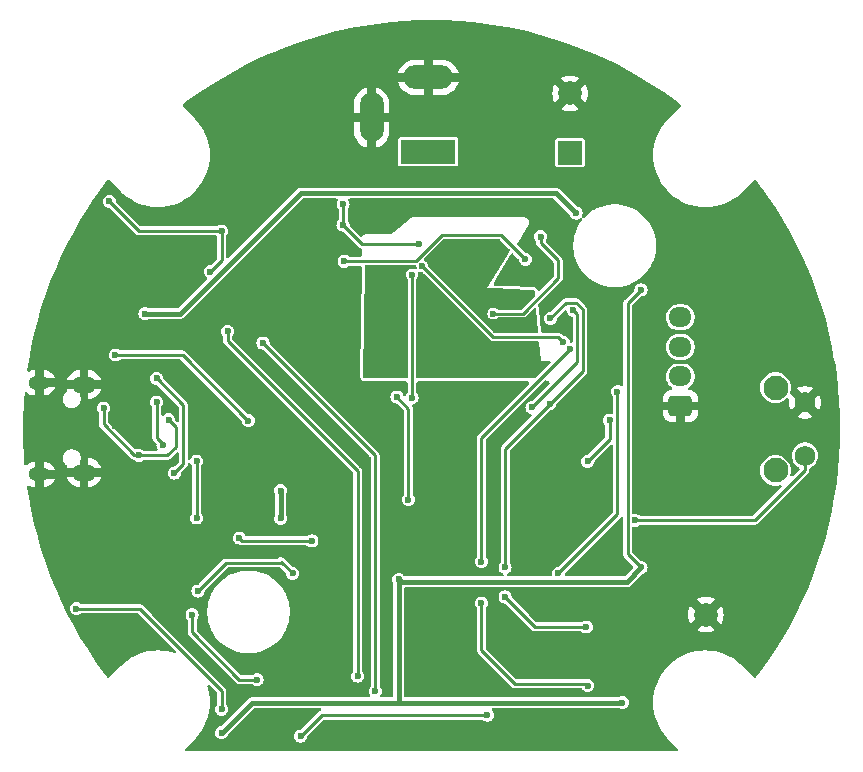
<source format=gbr>
%TF.GenerationSoftware,KiCad,Pcbnew,8.0.1*%
%TF.CreationDate,2024-06-06T10:38:12+02:00*%
%TF.ProjectId,led_strip_stand_lamp,6c65645f-7374-4726-9970-5f7374616e64,rev?*%
%TF.SameCoordinates,Original*%
%TF.FileFunction,Copper,L2,Bot*%
%TF.FilePolarity,Positive*%
%FSLAX46Y46*%
G04 Gerber Fmt 4.6, Leading zero omitted, Abs format (unit mm)*
G04 Created by KiCad (PCBNEW 8.0.1) date 2024-06-06 10:38:12*
%MOMM*%
%LPD*%
G01*
G04 APERTURE LIST*
G04 Aperture macros list*
%AMRoundRect*
0 Rectangle with rounded corners*
0 $1 Rounding radius*
0 $2 $3 $4 $5 $6 $7 $8 $9 X,Y pos of 4 corners*
0 Add a 4 corners polygon primitive as box body*
4,1,4,$2,$3,$4,$5,$6,$7,$8,$9,$2,$3,0*
0 Add four circle primitives for the rounded corners*
1,1,$1+$1,$2,$3*
1,1,$1+$1,$4,$5*
1,1,$1+$1,$6,$7*
1,1,$1+$1,$8,$9*
0 Add four rect primitives between the rounded corners*
20,1,$1+$1,$2,$3,$4,$5,0*
20,1,$1+$1,$4,$5,$6,$7,0*
20,1,$1+$1,$6,$7,$8,$9,0*
20,1,$1+$1,$8,$9,$2,$3,0*%
G04 Aperture macros list end*
%TA.AperFunction,ComponentPad*%
%ADD10RoundRect,0.250000X0.725000X-0.600000X0.725000X0.600000X-0.725000X0.600000X-0.725000X-0.600000X0*%
%TD*%
%TA.AperFunction,ComponentPad*%
%ADD11O,1.950000X1.700000*%
%TD*%
%TA.AperFunction,ComponentPad*%
%ADD12C,2.000000*%
%TD*%
%TA.AperFunction,ComponentPad*%
%ADD13C,2.100000*%
%TD*%
%TA.AperFunction,ComponentPad*%
%ADD14C,1.750000*%
%TD*%
%TA.AperFunction,ComponentPad*%
%ADD15R,2.000000X2.000000*%
%TD*%
%TA.AperFunction,ComponentPad*%
%ADD16R,4.600000X2.000000*%
%TD*%
%TA.AperFunction,ComponentPad*%
%ADD17O,4.200000X2.000000*%
%TD*%
%TA.AperFunction,ComponentPad*%
%ADD18O,2.000000X4.200000*%
%TD*%
%TA.AperFunction,ComponentPad*%
%ADD19O,1.800000X1.150000*%
%TD*%
%TA.AperFunction,ComponentPad*%
%ADD20O,2.000000X1.450000*%
%TD*%
%TA.AperFunction,ViaPad*%
%ADD21C,0.600000*%
%TD*%
%TA.AperFunction,ViaPad*%
%ADD22C,0.700000*%
%TD*%
%TA.AperFunction,Conductor*%
%ADD23C,0.250000*%
%TD*%
%TA.AperFunction,Conductor*%
%ADD24C,0.400000*%
%TD*%
G04 APERTURE END LIST*
D10*
%TO.P,J3,1,Pin_1*%
%TO.N,GND*%
X21333826Y2167652D03*
D11*
%TO.P,J3,2,Pin_2*%
%TO.N,BACKUP*%
X21333826Y4667652D03*
%TO.P,J3,3,Pin_3*%
%TO.N,Net-(J3-Pin_3)*%
X21333826Y7167652D03*
%TO.P,J3,4,Pin_4*%
%TO.N,+12V*%
X21333826Y9667652D03*
%TD*%
D12*
%TO.P,TP5,1,1*%
%TO.N,GND*%
X23500000Y-15500000D03*
%TD*%
D13*
%TO.P,SW3,*%
%TO.N,*%
X29396465Y3725887D03*
X29396465Y-3284113D03*
D14*
%TO.P,SW3,1,1*%
%TO.N,GND*%
X31886465Y2475887D03*
%TO.P,SW3,2,2*%
%TO.N,Net-(R31-Pad1)*%
X31886465Y-2024113D03*
%TD*%
D15*
%TO.P,C21,1*%
%TO.N,+12V*%
X12000000Y23632323D03*
D12*
%TO.P,C21,2*%
%TO.N,GND*%
X12000000Y28632323D03*
%TD*%
D16*
%TO.P,J2,1*%
%TO.N,VIN*%
X0Y23700000D03*
D17*
%TO.P,J2,2*%
%TO.N,GND*%
X0Y30000000D03*
D18*
%TO.P,J2,3*%
X-4800000Y26600000D03*
%TD*%
D19*
%TO.P,J1,6,Shield*%
%TO.N,GND*%
X-32950000Y4137034D03*
D20*
X-29150000Y3987034D03*
X-29150000Y-3462966D03*
D19*
X-32950000Y-3612966D03*
%TD*%
D21*
%TO.N,+3V3*%
X-17500000Y-25500000D03*
X-12500000Y-5000000D03*
X-2500000Y-12500000D03*
X-19625000Y-2500000D03*
X18000000Y12000000D03*
X16434173Y-22948929D03*
X-12493963Y-7337026D03*
X18000000Y-11500000D03*
X-19624745Y-7310870D03*
%TO.N,GND*%
X-17449433Y1379742D03*
X3500000Y-11500000D03*
X24000000Y-11500000D03*
X8000000Y12500000D03*
X-13500000Y-5500000D03*
X-18260846Y628117D03*
X2500000Y-22000000D03*
X-26500000Y5000000D03*
D22*
X3000000Y-18000000D03*
X2000000Y-17000000D03*
D21*
X-14000000Y23000000D03*
X-4500000Y-25500000D03*
X9500000Y-500000D03*
X14000000Y20000000D03*
X5500000Y-9500000D03*
X-28500000Y-5000000D03*
X-27500000Y-5000000D03*
X-21745200Y12059077D03*
X-20500000Y4000000D03*
X-24500000Y500000D03*
X7500000Y-19500000D03*
X15000000Y-21500000D03*
X-26500000Y500000D03*
X19500000Y4000000D03*
X18000000Y7500000D03*
X16500000Y-21000000D03*
X-500000Y32500000D03*
D22*
X500000Y-19000000D03*
D21*
X-5612188Y-2791917D03*
X-12000000Y9500000D03*
X-30500000Y-1000000D03*
X-26000000Y-17000000D03*
X-6500000Y-25500000D03*
X17500000Y-21000000D03*
X-28000000Y-1500000D03*
X6000000Y-25500000D03*
X-32000000Y-5500000D03*
X18000000Y2000000D03*
X-3500000Y-16000000D03*
X7500000Y-8500000D03*
X21500000Y-3500000D03*
D22*
X3000000Y-17000000D03*
D21*
X28500000Y-14000000D03*
X4500000Y-22000000D03*
X-19000000Y-9000000D03*
X7500000Y-25500000D03*
X-3500000Y30500000D03*
X11331910Y11847385D03*
X11567235Y9113124D03*
X-7273511Y15824962D03*
X11000000Y-500000D03*
X3000000Y-9500000D03*
X-27000000Y8500000D03*
X3500000Y30000000D03*
X-11000000Y18500000D03*
X-29500000Y11000000D03*
D22*
X2000000Y-19000000D03*
D21*
X-3500000Y-14000000D03*
X18000000Y-26000000D03*
X-17475057Y-243083D03*
X-18969765Y-174753D03*
X15000000Y-17000000D03*
X-18303806Y-3004980D03*
X2000000Y-25500000D03*
X-28500000Y13500000D03*
X18000000Y3000000D03*
D22*
X500000Y-17000000D03*
D21*
X500000Y-9500000D03*
X-25500000Y9500000D03*
X1000000Y-14500000D03*
X3500000Y-25500000D03*
X2500000Y-14500000D03*
X6000000Y24000000D03*
X21500000Y-2500000D03*
X0Y-11500000D03*
X-25000000Y-16500000D03*
X5000000Y-25500000D03*
X-28500000Y-7500000D03*
X-25000000Y-9500000D03*
X3000000Y27000000D03*
X22000000Y-11500000D03*
X-16000000Y-10500000D03*
X-2500000Y27500000D03*
X-25500000Y-18000000D03*
X1500000Y-11500000D03*
X-15157303Y-875182D03*
X-21500000Y-5500000D03*
X-17500000Y-9000000D03*
X26000000Y-11500000D03*
X500000Y-22000000D03*
X-19097883Y1371201D03*
D22*
X2000000Y-18000000D03*
D21*
X6000000Y-18000000D03*
X-16000000Y25000000D03*
X-29500000Y13500000D03*
X-15000000Y-5500000D03*
X-2500000Y-25500000D03*
X16500000Y-26000000D03*
X15500000Y-26000000D03*
X18000000Y4500000D03*
X-3500000Y-9500000D03*
X-7281375Y12619371D03*
X-21500000Y2000000D03*
X-24500000Y-17500000D03*
X-26500000Y3500000D03*
X21500000Y-1500000D03*
X7500000Y-18000000D03*
X5500000Y-22000000D03*
X-10500000Y-24000000D03*
X-26500000Y-13500000D03*
X30000000Y-14000000D03*
X-25500000Y4000000D03*
X15500000Y-12000000D03*
X-12000000Y7000000D03*
X-28500000Y15500000D03*
X-24500000Y5000000D03*
X20500000Y0D03*
X-12000000Y8500000D03*
X-3324955Y18064991D03*
D22*
X1000000Y-18000000D03*
D21*
X-29500000Y-5500000D03*
X-14500000Y24000000D03*
X-28500000Y11000000D03*
X141213Y233282D03*
X-29500000Y15500000D03*
X20000000Y-11500000D03*
X17000000Y-17000000D03*
X-21500000Y5000000D03*
X-27500000Y-7500000D03*
X-2000000Y-9500000D03*
X-15000000Y9000000D03*
D22*
X3000000Y-19000000D03*
D21*
X-3500000Y-19500000D03*
X-26500000Y-9500000D03*
X-30500000Y-5500000D03*
X16000000Y-17000000D03*
X-28500000Y9500000D03*
X6000000Y-16000000D03*
X-30500000Y500000D03*
X-1500000Y-25500000D03*
X-2500000Y26000000D03*
X0Y-25500000D03*
X7500000Y-16500000D03*
X7500000Y-10000000D03*
X19000000Y13500000D03*
X18000000Y8500000D03*
X-25000000Y-13500000D03*
%TO.N,Net-(D7-A)*%
X-14500000Y-21000000D03*
X-20000000Y-15500000D03*
%TO.N,Net-(R31-Pad1)*%
X17500000Y-7500000D03*
%TO.N,Net-(U1-EN)*%
X5000000Y-24000000D03*
X-10812751Y-25781542D03*
%TO.N,Net-(U1-IO0)*%
X-16000000Y-9000000D03*
X-9859656Y-9246531D03*
%TO.N,ESP_EN*%
X-17500000Y-23500000D03*
X-29800000Y-14983295D03*
%TO.N,ESP_IO0*%
X-19500000Y-13500000D03*
X-11500000Y-12000000D03*
%TO.N,Net-(J1-VBUS)*%
X-27500000Y2000000D03*
X-22000000Y1000000D03*
X-24500000Y-2000000D03*
%TO.N,VBUS*%
X-21500000Y-3500000D03*
X-23000000Y4500000D03*
%TO.N,USB_D-*%
X-23000000Y2500000D03*
X-22467495Y-1155222D03*
%TO.N,Net-(U2-~{SUSPEND})*%
X-15245803Y942115D03*
X-26500000Y6500000D03*
%TO.N,RXD0*%
X-17000000Y8500000D03*
X-5980101Y-20691836D03*
%TO.N,TXD0*%
X-4499999Y-21961905D03*
X-14000000Y7500000D03*
%TO.N,Net-(U4-EN)*%
X-17500000Y17000000D03*
X-27000000Y19500000D03*
X-18454200Y13545801D03*
%TO.N,LVL_GATE*%
X16000000Y3393364D03*
X11000000Y-12000000D03*
%TO.N,DATA_ESP*%
X13494243Y-2520394D03*
X15351952Y977223D03*
%TO.N,RTN*%
X2716229Y14063949D03*
X2767388Y15074344D03*
X3841733Y14025579D03*
X3713835Y15995211D03*
X-201707Y10327640D03*
X2652280Y15982421D03*
X3790574Y15087134D03*
X-3500000Y10000000D03*
X4737020Y15982421D03*
X4698651Y14000000D03*
X4800969Y15048765D03*
X4581643Y6493063D03*
%TO.N,Net-(U6-dVdT)*%
X8214518Y14598528D03*
X-7126319Y14431787D03*
%TO.N,I_SNS*%
X6500000Y-14000000D03*
X10329469Y9590725D03*
X6500000Y-11500000D03*
X13385374Y-16528687D03*
X10286836Y2355048D03*
%TO.N,+12V_SNS*%
X13500000Y-21500000D03*
X4500000Y-14500000D03*
X4500000Y-11000000D03*
X12000000Y7000000D03*
%TO.N,Net-(JP1-A)*%
X11434313Y7565687D03*
X-500000Y14000000D03*
%TO.N,Net-(Q1-D)*%
X-1386760Y13295586D03*
X-1386312Y2886536D03*
X-1386760Y13295586D03*
%TO.N,Net-(U6-UVLO)*%
X-7218136Y19255796D03*
X-799376Y15909050D03*
X-7226663Y17490801D03*
%TO.N,Net-(U6-ILIM)*%
X12274002Y10274002D03*
X8776294Y2062459D03*
%TO.N,eFuse_FAULT*%
X9500000Y16500000D03*
X-1680779Y-5749887D03*
X5500000Y10000000D03*
X-2658938Y2920418D03*
%TO.N,Vin_Buck*%
X12500000Y18500000D03*
X-24000000Y10000000D03*
%TD*%
D23*
%TO.N,+3V3*%
X-19625000Y-7310615D02*
X-19624745Y-7310870D01*
D24*
X16800000Y-12700000D02*
X-2300000Y-12700000D01*
X-2300000Y-12700000D02*
X-2500000Y-12500000D01*
X-2500000Y-12500000D02*
X-2500000Y-21000000D01*
X-12500000Y-5000000D02*
X-12500000Y-7330989D01*
X-2500000Y-22948929D02*
X-14948929Y-22948929D01*
D23*
X-19625000Y-2500000D02*
X-19625000Y-7310615D01*
D24*
X-2500000Y-21000000D02*
X-2500000Y-22948929D01*
D23*
X16875000Y-10375000D02*
X16875000Y10875000D01*
X18000000Y-11500000D02*
X16875000Y-10375000D01*
D24*
X18000000Y-11500000D02*
X16800000Y-12700000D01*
D23*
X16875000Y10875000D02*
X18000000Y12000000D01*
D24*
X16434173Y-22948929D02*
X-2500000Y-22948929D01*
X-12500000Y-7330989D02*
X-12493963Y-7337026D01*
X-14948929Y-22948929D02*
X-17500000Y-25500000D01*
D23*
%TO.N,Net-(D7-A)*%
X-20000000Y-17000000D02*
X-16000000Y-21000000D01*
X-20000000Y-15500000D02*
X-20000000Y-17000000D01*
X-16000000Y-21000000D02*
X-14500000Y-21000000D01*
%TO.N,Net-(R31-Pad1)*%
X17500000Y-7500000D02*
X27648014Y-7500000D01*
X27648014Y-7500000D02*
X31886465Y-3261549D01*
X31886465Y-3261549D02*
X31886465Y-2024113D01*
%TO.N,Net-(U1-EN)*%
X-9031209Y-24000000D02*
X5000000Y-24000000D01*
X-10812751Y-25781542D02*
X-9031209Y-24000000D01*
%TO.N,Net-(U1-IO0)*%
X-9859656Y-9246531D02*
X-15753469Y-9246531D01*
X-15753469Y-9246531D02*
X-16000000Y-9000000D01*
%TO.N,ESP_EN*%
X-29800000Y-14983295D02*
X-29783295Y-15000000D01*
X-17500000Y-21920312D02*
X-17500000Y-23500000D01*
X-29783295Y-15000000D02*
X-24420312Y-15000000D01*
X-24420312Y-15000000D02*
X-17500000Y-21920312D01*
%TO.N,ESP_IO0*%
X-17125000Y-11125000D02*
X-19500000Y-13500000D01*
X-11500000Y-12000000D02*
X-12500000Y-11000000D01*
X-11500000Y-12000000D02*
X-12375000Y-11125000D01*
X-12375000Y-11125000D02*
X-17125000Y-11125000D01*
%TO.N,Net-(J1-VBUS)*%
X-24500000Y-2000000D02*
X-24883884Y-2000000D01*
X-22000000Y1000000D02*
X-21375940Y375940D01*
X-24883884Y-2000000D02*
X-27500000Y616116D01*
X-22091116Y-2000000D02*
X-24500000Y-2000000D01*
X-27500000Y616116D02*
X-27500000Y2000000D01*
X-21375940Y375940D02*
X-21375940Y-1284824D01*
X-21375940Y-1284824D02*
X-22091116Y-2000000D01*
%TO.N,VBUS*%
X-21500000Y-3500000D02*
X-20750000Y-2750000D01*
X-20750000Y2250000D02*
X-23000000Y4500000D01*
X-20750000Y-2750000D02*
X-20750000Y2250000D01*
%TO.N,USB_D-*%
X-23000000Y-500000D02*
X-22467495Y-1032505D01*
X-23000000Y2500000D02*
X-23000000Y-500000D01*
X-22467495Y-1032505D02*
X-22467495Y-1155222D01*
%TO.N,Net-(U2-~{SUSPEND})*%
X-26500000Y6500000D02*
X-20803688Y6500000D01*
X-20803688Y6500000D02*
X-15245803Y942115D01*
%TO.N,RXD0*%
X-17000000Y8500000D02*
X-17000000Y7712011D01*
X-5980101Y-3307888D02*
X-5980101Y-20691836D01*
X-17000000Y7712011D02*
X-5980101Y-3307888D01*
%TO.N,TXD0*%
X-4499999Y-2000001D02*
X-4499999Y-21961905D01*
X-14000000Y7500000D02*
X-4499999Y-2000001D01*
%TO.N,Net-(U4-EN)*%
X-24500000Y17000000D02*
X-17500000Y17000000D01*
X-27000000Y19500000D02*
X-24500000Y17000000D01*
X-17500000Y14500001D02*
X-17500000Y17000000D01*
X-18454200Y13545801D02*
X-17500000Y14500001D01*
%TO.N,LVL_GATE*%
X16000000Y3393364D02*
X16000000Y-7000000D01*
X16000000Y-7000000D02*
X11000000Y-12000000D01*
%TO.N,DATA_ESP*%
X15351952Y-662685D02*
X13494243Y-2520394D01*
X15351952Y977223D02*
X15351952Y-662685D01*
%TO.N,Net-(U6-dVdT)*%
X8214518Y14598528D02*
X6192835Y16620211D01*
X1120211Y16620211D02*
X-1068213Y14431787D01*
X6192835Y16620211D02*
X1120211Y16620211D01*
X-1068213Y14431787D02*
X-7126319Y14431787D01*
%TO.N,I_SNS*%
X13075000Y5143212D02*
X10286836Y2355048D01*
X12532886Y10899002D02*
X13075000Y10356888D01*
X9028687Y-16528687D02*
X6500000Y-14000000D01*
X11637746Y10899002D02*
X12532886Y10899002D01*
X10329469Y9590725D02*
X11637746Y10899002D01*
X6500000Y-1431788D02*
X6500000Y-11500000D01*
X13385374Y-16528687D02*
X9028687Y-16528687D01*
X13075000Y10356888D02*
X13075000Y5143212D01*
X10286836Y2355048D02*
X6500000Y-1431788D01*
%TO.N,+12V_SNS*%
X7331756Y-21331756D02*
X4500000Y-18500000D01*
X4500000Y-11000000D02*
X4500000Y-500000D01*
X13331756Y-21331756D02*
X7331756Y-21331756D01*
X4500000Y-500000D02*
X12000000Y7000000D01*
X13500000Y-21500000D02*
X13331756Y-21331756D01*
X4500000Y-18500000D02*
X4500000Y-14500000D01*
%TO.N,Net-(JP1-A)*%
X5500000Y8000000D02*
X-500000Y14000000D01*
X11434313Y7565687D02*
X11000000Y8000000D01*
X11000000Y8000000D02*
X5500000Y8000000D01*
%TO.N,Net-(Q1-D)*%
X-1386312Y2886536D02*
X-1386312Y13295138D01*
X-1386312Y13295138D02*
X-1386760Y13295586D01*
%TO.N,Net-(U6-UVLO)*%
X-7226663Y17490801D02*
X-5644912Y15909050D01*
X-7218136Y17499328D02*
X-7226663Y17490801D01*
X-7218136Y19255796D02*
X-7218136Y17499328D01*
X-5644912Y15909050D02*
X-799376Y15909050D01*
%TO.N,Net-(U6-ILIM)*%
X12274002Y10274002D02*
X12625000Y9923004D01*
X12625000Y5911165D02*
X8776294Y2062459D01*
X12625000Y9923004D02*
X12625000Y5911165D01*
%TO.N,eFuse_FAULT*%
X11000000Y14500000D02*
X11000000Y13000000D01*
X11000000Y13000000D02*
X8000000Y10000000D01*
X9500000Y16000000D02*
X11000000Y14500000D01*
X-2658938Y2920418D02*
X-1680779Y1942259D01*
X9500000Y16500000D02*
X9500000Y16000000D01*
X-1680779Y1942259D02*
X-1680779Y-5749887D01*
X8000000Y10000000D02*
X5500000Y10000000D01*
D24*
%TO.N,Vin_Buck*%
X12500000Y18500000D02*
X10800000Y20200000D01*
X-21010050Y10000000D02*
X-24000000Y10000000D01*
X-10810050Y20200000D02*
X-21010050Y10000000D01*
X10800000Y20200000D02*
X-10810050Y20200000D01*
%TD*%
%TA.AperFunction,Conductor*%
%TO.N,GND*%
G36*
X16418834Y-7214717D02*
G01*
X16474767Y-7256589D01*
X16499184Y-7322053D01*
X16499500Y-7330899D01*
X16499500Y-10424435D01*
X16525090Y-10519938D01*
X16536700Y-10540047D01*
X16574526Y-10605563D01*
X16574528Y-10605565D01*
X17328249Y-11359286D01*
X17361734Y-11420609D01*
X17356750Y-11490301D01*
X17328249Y-11534648D01*
X16649716Y-12213181D01*
X16588393Y-12246666D01*
X16562035Y-12249500D01*
X11663797Y-12249500D01*
X11596758Y-12229815D01*
X11551003Y-12177011D01*
X11540858Y-12109314D01*
X11541051Y-12107853D01*
X11553427Y-12013844D01*
X11581694Y-11949949D01*
X11588673Y-11942362D01*
X16287821Y-7243216D01*
X16349142Y-7209733D01*
X16418834Y-7214717D01*
G37*
%TD.AperFunction*%
%TA.AperFunction,Conductor*%
G36*
X276889Y34840139D02*
G01*
X1433056Y34820698D01*
X1437213Y34820559D01*
X2592138Y34762352D01*
X2596287Y34762073D01*
X3748593Y34665168D01*
X3752731Y34664750D01*
X4901150Y34529253D01*
X4905272Y34528696D01*
X6048463Y34354766D01*
X6052564Y34354072D01*
X7189332Y34141892D01*
X7193407Y34141060D01*
X8322386Y33890882D01*
X8326431Y33889914D01*
X9446362Y33602021D01*
X9450372Y33600919D01*
X10560077Y33275612D01*
X10564048Y33274375D01*
X11662196Y32912042D01*
X11666124Y32910672D01*
X12751480Y32511722D01*
X12755359Y32510222D01*
X13826730Y32075096D01*
X13830557Y32073467D01*
X14886772Y31602638D01*
X14890541Y31600881D01*
X15930321Y31094919D01*
X15934030Y31093037D01*
X16956291Y30552470D01*
X16959935Y30550464D01*
X17963487Y29975921D01*
X17967061Y29973794D01*
X18950756Y29365934D01*
X18954257Y29363689D01*
X19917043Y28723160D01*
X19920467Y28720798D01*
X20861206Y28048358D01*
X20864549Y28045883D01*
X21314447Y27700924D01*
X21355670Y27644511D01*
X21359850Y27574767D01*
X21326677Y27514841D01*
X20786838Y26975000D01*
X20347475Y26535636D01*
X20347472Y26535634D01*
X20335257Y26523419D01*
X20335254Y26523416D01*
X20193471Y26381640D01*
X20191387Y26379556D01*
X20191385Y26379554D01*
X19931428Y26066517D01*
X19701469Y25730835D01*
X19701465Y25730828D01*
X19676748Y25686454D01*
X19504618Y25377435D01*
X19503457Y25375351D01*
X19339098Y25003137D01*
X19339091Y25003119D01*
X19209778Y24617328D01*
X19117103Y24223327D01*
X19116610Y24221229D01*
X19060387Y23818229D01*
X19060387Y23818224D01*
X19041589Y23411760D01*
X19060376Y23005289D01*
X19060378Y23005272D01*
X19106401Y22675326D01*
X19116292Y22604409D01*
X19116588Y22602291D01*
X19116589Y22602281D01*
X19209746Y22206184D01*
X19339046Y21820395D01*
X19339048Y21820389D01*
X19503412Y21448137D01*
X19701405Y21092671D01*
X19701412Y21092659D01*
X19931354Y20756982D01*
X19931358Y20756976D01*
X20191311Y20443926D01*
X20479033Y20156206D01*
X20479042Y20156198D01*
X20792062Y19896269D01*
X20792071Y19896262D01*
X21010457Y19746666D01*
X21127682Y19666365D01*
X21127769Y19666306D01*
X21127770Y19666305D01*
X21483243Y19468308D01*
X21483246Y19468307D01*
X21855481Y19303953D01*
X21855495Y19303947D01*
X22241286Y19174646D01*
X22637397Y19081486D01*
X23040371Y19025278D01*
X23040388Y19025276D01*
X23446859Y19006489D01*
X23446860Y19006489D01*
X23853328Y19025287D01*
X24256328Y19081510D01*
X24265541Y19083677D01*
X24652427Y19174678D01*
X25038218Y19303991D01*
X25038236Y19303998D01*
X25410458Y19468359D01*
X25410462Y19468361D01*
X25765928Y19666365D01*
X25765935Y19666369D01*
X26101616Y19896329D01*
X26101626Y19896336D01*
X26414648Y20156280D01*
X26414672Y20156302D01*
X26499930Y20241564D01*
X26499932Y20241565D01*
X26558516Y20300153D01*
X26599232Y20340872D01*
X26599232Y20340873D01*
X26605433Y20347074D01*
X26605628Y20347299D01*
X27549389Y21291098D01*
X27610711Y21324585D01*
X27680403Y21319602D01*
X27735482Y21278861D01*
X28080342Y20829012D01*
X28082816Y20825670D01*
X28429289Y20340872D01*
X28749643Y19892620D01*
X28755148Y19884918D01*
X28757510Y19881493D01*
X29397970Y18918635D01*
X29400215Y18915134D01*
X30007992Y17931390D01*
X30010118Y17927816D01*
X30584572Y16924225D01*
X30586577Y16920581D01*
X31127029Y15898331D01*
X31128912Y15894622D01*
X31634811Y14854750D01*
X31636567Y14850980D01*
X32107287Y13794772D01*
X32108916Y13790945D01*
X32543948Y12719549D01*
X32545448Y12715670D01*
X32944312Y11630265D01*
X32945681Y11626338D01*
X33307919Y10528169D01*
X33309155Y10524197D01*
X33634350Y9414532D01*
X33635453Y9410522D01*
X33923264Y8290520D01*
X33924231Y8286475D01*
X34174306Y7157516D01*
X34175138Y7153441D01*
X34387221Y6016666D01*
X34387915Y6012565D01*
X34561752Y4869342D01*
X34562308Y4865220D01*
X34697704Y3716830D01*
X34698122Y3712692D01*
X34794932Y2560360D01*
X34795210Y2556210D01*
X34853318Y1401349D01*
X34853458Y1397192D01*
X34872803Y240947D01*
X34872802Y236788D01*
X34853362Y-919364D01*
X34853223Y-923521D01*
X34795015Y-2078440D01*
X34794736Y-2082589D01*
X34697832Y-3234881D01*
X34697414Y-3239019D01*
X34561918Y-4387427D01*
X34561361Y-4391549D01*
X34387434Y-5534728D01*
X34386740Y-5538829D01*
X34174561Y-6675586D01*
X34173729Y-6679661D01*
X33923554Y-7808628D01*
X33922586Y-7812673D01*
X33634695Y-8932594D01*
X33633593Y-8936604D01*
X33308290Y-10046299D01*
X33307053Y-10050270D01*
X32944723Y-11148407D01*
X32943353Y-11152335D01*
X32544408Y-12237680D01*
X32542908Y-12241559D01*
X32107786Y-13312918D01*
X32106157Y-13316745D01*
X31635332Y-14372951D01*
X31633575Y-14376720D01*
X31127618Y-15416490D01*
X31125736Y-15420199D01*
X30585175Y-16442450D01*
X30583169Y-16446094D01*
X30008631Y-17449637D01*
X30006504Y-17453211D01*
X29398650Y-18436895D01*
X29396405Y-18440396D01*
X28755882Y-19403173D01*
X28753520Y-19406597D01*
X28081087Y-20347327D01*
X28078612Y-20350670D01*
X27733684Y-20800528D01*
X27677271Y-20841751D01*
X27607527Y-20845931D01*
X27547600Y-20812758D01*
X26519125Y-19784283D01*
X26412550Y-19677709D01*
X26391633Y-19660340D01*
X26099524Y-19417775D01*
X26099516Y-19417769D01*
X26099512Y-19417766D01*
X25763825Y-19187815D01*
X25763821Y-19187813D01*
X25763817Y-19187810D01*
X25408362Y-18989824D01*
X25408333Y-18989810D01*
X25036140Y-18825470D01*
X25036122Y-18825463D01*
X24650323Y-18696158D01*
X24254245Y-18603001D01*
X24254237Y-18602999D01*
X23851257Y-18546787D01*
X23851252Y-18546786D01*
X23851247Y-18546786D01*
X23444787Y-18527994D01*
X23038327Y-18546786D01*
X23038321Y-18546786D01*
X23038317Y-18546787D01*
X22635336Y-18603000D01*
X22635328Y-18603002D01*
X22239250Y-18696159D01*
X21853439Y-18825470D01*
X21853432Y-18825473D01*
X21481240Y-18989812D01*
X21481212Y-18989826D01*
X21125757Y-19187813D01*
X21125751Y-19187817D01*
X20790060Y-19417771D01*
X20790050Y-19417778D01*
X20477036Y-19677702D01*
X20477016Y-19677720D01*
X20189315Y-19965421D01*
X20189297Y-19965441D01*
X19929373Y-20278454D01*
X19929366Y-20278464D01*
X19699412Y-20614155D01*
X19699408Y-20614161D01*
X19501421Y-20969616D01*
X19501407Y-20969644D01*
X19337068Y-21341837D01*
X19337065Y-21341844D01*
X19207754Y-21727654D01*
X19114597Y-22123732D01*
X19114595Y-22123740D01*
X19058382Y-22526721D01*
X19058381Y-22526731D01*
X19039589Y-22933191D01*
X19058381Y-23339651D01*
X19058381Y-23339656D01*
X19058382Y-23339661D01*
X19114594Y-23742641D01*
X19114596Y-23742649D01*
X19207753Y-24138728D01*
X19337058Y-24524526D01*
X19337065Y-24524544D01*
X19501405Y-24896738D01*
X19501419Y-24896767D01*
X19699405Y-25252221D01*
X19699409Y-25252228D01*
X19929362Y-25587919D01*
X19929369Y-25587928D01*
X20182383Y-25892621D01*
X20189303Y-25900954D01*
X20189311Y-25900962D01*
X20291543Y-26003196D01*
X20291553Y-26003207D01*
X21136667Y-26848319D01*
X21170152Y-26909642D01*
X21165168Y-26979333D01*
X21123297Y-27035267D01*
X21057832Y-27059684D01*
X21048986Y-27060000D01*
X-20506474Y-27060000D01*
X-20573513Y-27040315D01*
X-20619268Y-26987511D01*
X-20629212Y-26918353D01*
X-20600187Y-26854797D01*
X-20594155Y-26848319D01*
X-19746320Y-26000484D01*
X-19746295Y-26000456D01*
X-19644718Y-25898879D01*
X-19644710Y-25898871D01*
X-19547281Y-25781542D01*
X-19384776Y-25585845D01*
X-19384769Y-25585835D01*
X-19384767Y-25585833D01*
X-19154816Y-25250146D01*
X-19154814Y-25250142D01*
X-19154811Y-25250138D01*
X-18956824Y-24894683D01*
X-18956823Y-24894682D01*
X-18956819Y-24894674D01*
X-18956815Y-24894665D01*
X-18956810Y-24894655D01*
X-18792471Y-24522462D01*
X-18792468Y-24522455D01*
X-18663157Y-24136645D01*
X-18570000Y-23740566D01*
X-18569998Y-23740558D01*
X-18513785Y-23337577D01*
X-18513784Y-23337574D01*
X-18513784Y-23337568D01*
X-18494992Y-22931108D01*
X-18513784Y-22524647D01*
X-18513785Y-22524637D01*
X-18569998Y-22121656D01*
X-18570000Y-22121648D01*
X-18663156Y-21725570D01*
X-18716110Y-21567577D01*
X-18718750Y-21497757D01*
X-18683224Y-21437593D01*
X-18620810Y-21406188D01*
X-18551326Y-21413511D01*
X-18510861Y-21440487D01*
X-17911817Y-22039531D01*
X-17878334Y-22100852D01*
X-17875500Y-22127210D01*
X-17875500Y-23042974D01*
X-17895185Y-23110013D01*
X-17901117Y-23118452D01*
X-17980861Y-23222375D01*
X-18036330Y-23356291D01*
X-18055250Y-23500000D01*
X-18036330Y-23643709D01*
X-17980861Y-23777625D01*
X-17892621Y-23892621D01*
X-17777625Y-23980861D01*
X-17643709Y-24036330D01*
X-17514977Y-24053278D01*
X-17500001Y-24055250D01*
X-17500000Y-24055250D01*
X-17499999Y-24055250D01*
X-17483280Y-24053048D01*
X-17356291Y-24036330D01*
X-17222375Y-23980861D01*
X-17107379Y-23892621D01*
X-17019139Y-23777625D01*
X-17019138Y-23777624D01*
X-17019137Y-23777622D01*
X-16963671Y-23643712D01*
X-16963670Y-23643708D01*
X-16963498Y-23642406D01*
X-16944750Y-23500000D01*
X-16947371Y-23480095D01*
X-16963670Y-23356291D01*
X-16963671Y-23356287D01*
X-17019137Y-23222377D01*
X-17055235Y-23175333D01*
X-17098876Y-23118459D01*
X-17124070Y-23053291D01*
X-17124500Y-23042974D01*
X-17124500Y-21870879D01*
X-17124499Y-21870879D01*
X-17150091Y-21775372D01*
X-17150091Y-21775371D01*
X-17199526Y-21689748D01*
X-23389274Y-15500000D01*
X-20555250Y-15500000D01*
X-20536330Y-15643709D01*
X-20480861Y-15777625D01*
X-20401123Y-15881540D01*
X-20375930Y-15946709D01*
X-20375500Y-15957026D01*
X-20375500Y-17049435D01*
X-20349910Y-17144938D01*
X-20300475Y-17230562D01*
X-20300474Y-17230563D01*
X-16300475Y-21230562D01*
X-16230562Y-21300475D01*
X-16144938Y-21349910D01*
X-16116451Y-21357543D01*
X-16049436Y-21375500D01*
X-16049435Y-21375500D01*
X-14957026Y-21375500D01*
X-14889987Y-21395185D01*
X-14881547Y-21401117D01*
X-14777625Y-21480861D01*
X-14643709Y-21536330D01*
X-14514977Y-21553278D01*
X-14500001Y-21555250D01*
X-14500000Y-21555250D01*
X-14499999Y-21555250D01*
X-14483280Y-21553048D01*
X-14356291Y-21536330D01*
X-14222375Y-21480861D01*
X-14107379Y-21392621D01*
X-14019139Y-21277625D01*
X-14019138Y-21277624D01*
X-14019137Y-21277622D01*
X-13963671Y-21143712D01*
X-13963670Y-21143708D01*
X-13944750Y-21000000D01*
X-13944750Y-20999999D01*
X-13963670Y-20856291D01*
X-13963671Y-20856287D01*
X-14019137Y-20722377D01*
X-14107379Y-20607379D01*
X-14222377Y-20519137D01*
X-14356287Y-20463671D01*
X-14356291Y-20463670D01*
X-14499999Y-20444750D01*
X-14500001Y-20444750D01*
X-14571854Y-20454210D01*
X-14643709Y-20463670D01*
X-14643710Y-20463670D01*
X-14643712Y-20463671D01*
X-14777622Y-20519137D01*
X-14777624Y-20519138D01*
X-14777625Y-20519139D01*
X-14881540Y-20598876D01*
X-14946709Y-20624070D01*
X-14957026Y-20624500D01*
X-15793101Y-20624500D01*
X-15860140Y-20604815D01*
X-15880782Y-20588181D01*
X-19588181Y-16880782D01*
X-19621666Y-16819459D01*
X-19624500Y-16793101D01*
X-19624500Y-15957026D01*
X-19604815Y-15889987D01*
X-19598882Y-15881547D01*
X-19519139Y-15777625D01*
X-19519138Y-15777624D01*
X-19519137Y-15777622D01*
X-19463671Y-15643712D01*
X-19463670Y-15643708D01*
X-19444750Y-15500000D01*
X-19444750Y-15499999D01*
X-19453751Y-15431630D01*
X-18727161Y-15431630D01*
X-18693450Y-15773911D01*
X-18626351Y-16111239D01*
X-18526511Y-16440366D01*
X-18394892Y-16758123D01*
X-18232761Y-17061448D01*
X-18041680Y-17347421D01*
X-17823489Y-17613288D01*
X-17580288Y-17856489D01*
X-17314421Y-18074680D01*
X-17028448Y-18265761D01*
X-16725123Y-18427892D01*
X-16407366Y-18559511D01*
X-16078239Y-18659351D01*
X-15740911Y-18726450D01*
X-15398630Y-18760161D01*
X-15398627Y-18760161D01*
X-15054695Y-18760161D01*
X-15054692Y-18760161D01*
X-14712411Y-18726450D01*
X-14375083Y-18659351D01*
X-14045956Y-18559511D01*
X-13728199Y-18427892D01*
X-13728193Y-18427888D01*
X-13728191Y-18427888D01*
X-13424885Y-18265767D01*
X-13424883Y-18265766D01*
X-13424874Y-18265761D01*
X-13138901Y-18074680D01*
X-12873034Y-17856489D01*
X-12873033Y-17856488D01*
X-12873028Y-17856484D01*
X-12629837Y-17613293D01*
X-12411646Y-17347426D01*
X-12411636Y-17347412D01*
X-12220565Y-17061454D01*
X-12220554Y-17061436D01*
X-12058433Y-16758130D01*
X-12058431Y-16758125D01*
X-11926811Y-16440367D01*
X-11826969Y-16111233D01*
X-11759871Y-15773910D01*
X-11734828Y-15519625D01*
X-11726161Y-15431630D01*
X-11726161Y-15087692D01*
X-11740239Y-14944750D01*
X-11759871Y-14745411D01*
X-11826969Y-14408088D01*
X-11926811Y-14078954D01*
X-12058431Y-13761196D01*
X-12058433Y-13761191D01*
X-12220554Y-13457885D01*
X-12220565Y-13457867D01*
X-12411636Y-13171909D01*
X-12411646Y-13171895D01*
X-12629837Y-12906028D01*
X-12873028Y-12662837D01*
X-13138895Y-12444646D01*
X-13138909Y-12444636D01*
X-13424867Y-12253565D01*
X-13424885Y-12253554D01*
X-13728191Y-12091433D01*
X-13728196Y-12091431D01*
X-14045954Y-11959811D01*
X-14375088Y-11859969D01*
X-14712412Y-11792871D01*
X-14712411Y-11792871D01*
X-14976627Y-11766849D01*
X-15054692Y-11759161D01*
X-15398630Y-11759161D01*
X-15483117Y-11767482D01*
X-15740910Y-11792871D01*
X-16078233Y-11859969D01*
X-16407367Y-11959811D01*
X-16607814Y-12042839D01*
X-16679670Y-12072603D01*
X-16725125Y-12091431D01*
X-16725130Y-12091433D01*
X-17028436Y-12253554D01*
X-17028443Y-12253558D01*
X-17028448Y-12253561D01*
X-17314421Y-12444642D01*
X-17314425Y-12444645D01*
X-17314426Y-12444646D01*
X-17580293Y-12662837D01*
X-17823484Y-12906028D01*
X-17823488Y-12906033D01*
X-17823489Y-12906034D01*
X-18041680Y-13171901D01*
X-18232761Y-13457874D01*
X-18394892Y-13761199D01*
X-18526511Y-14078956D01*
X-18626351Y-14408083D01*
X-18693450Y-14745411D01*
X-18727161Y-15087692D01*
X-18727161Y-15431630D01*
X-19453751Y-15431630D01*
X-19463670Y-15356291D01*
X-19463671Y-15356287D01*
X-19519137Y-15222377D01*
X-19607379Y-15107379D01*
X-19722377Y-15019137D01*
X-19856287Y-14963671D01*
X-19856291Y-14963670D01*
X-19999999Y-14944750D01*
X-20000001Y-14944750D01*
X-20071854Y-14954210D01*
X-20143709Y-14963670D01*
X-20143710Y-14963670D01*
X-20143712Y-14963671D01*
X-20277622Y-15019137D01*
X-20277624Y-15019138D01*
X-20277625Y-15019139D01*
X-20392621Y-15107379D01*
X-20480861Y-15222375D01*
X-20536330Y-15356291D01*
X-20555250Y-15500000D01*
X-23389274Y-15500000D01*
X-24189747Y-14699527D01*
X-24275374Y-14650089D01*
X-24323123Y-14637294D01*
X-24323124Y-14637295D01*
X-24370876Y-14624500D01*
X-24370877Y-14624500D01*
X-29322191Y-14624500D01*
X-29389230Y-14604815D01*
X-29400819Y-14595475D01*
X-29400932Y-14595622D01*
X-29407377Y-14590676D01*
X-29407379Y-14590674D01*
X-29484247Y-14531690D01*
X-29522377Y-14502432D01*
X-29656287Y-14446966D01*
X-29656291Y-14446965D01*
X-29799999Y-14428045D01*
X-29800001Y-14428045D01*
X-29871854Y-14437505D01*
X-29943709Y-14446965D01*
X-29943710Y-14446965D01*
X-29943712Y-14446966D01*
X-30077622Y-14502432D01*
X-30077624Y-14502433D01*
X-30077625Y-14502434D01*
X-30192621Y-14590674D01*
X-30280861Y-14705670D01*
X-30336330Y-14839586D01*
X-30355250Y-14983295D01*
X-30336330Y-15127004D01*
X-30280861Y-15260920D01*
X-30192621Y-15375916D01*
X-30077625Y-15464156D01*
X-29943709Y-15519625D01*
X-29814977Y-15536573D01*
X-29800001Y-15538545D01*
X-29800000Y-15538545D01*
X-29799999Y-15538545D01*
X-29783280Y-15536343D01*
X-29656291Y-15519625D01*
X-29522375Y-15464156D01*
X-29522374Y-15464155D01*
X-29522373Y-15464155D01*
X-29440232Y-15401125D01*
X-29375063Y-15375930D01*
X-29364745Y-15375500D01*
X-24627211Y-15375500D01*
X-24560172Y-15395185D01*
X-24539529Y-15411819D01*
X-21409572Y-18541775D01*
X-21376089Y-18603096D01*
X-21381073Y-18672788D01*
X-21422945Y-18728721D01*
X-21488409Y-18753138D01*
X-21536660Y-18747026D01*
X-21694650Y-18694074D01*
X-22090732Y-18600916D01*
X-22090737Y-18600915D01*
X-22493721Y-18544701D01*
X-22493723Y-18544700D01*
X-22493730Y-18544700D01*
X-22870367Y-18527286D01*
X-22900190Y-18525908D01*
X-22900191Y-18525908D01*
X-23306651Y-18544700D01*
X-23306657Y-18544700D01*
X-23306660Y-18544701D01*
X-23709641Y-18600914D01*
X-23709649Y-18600916D01*
X-24105728Y-18694073D01*
X-24491526Y-18823378D01*
X-24491544Y-18823385D01*
X-24863738Y-18987726D01*
X-24863767Y-18987740D01*
X-25219221Y-19185726D01*
X-25219225Y-19185729D01*
X-25219229Y-19185731D01*
X-25554916Y-19415682D01*
X-25554918Y-19415684D01*
X-25554928Y-19415691D01*
X-25867948Y-19675620D01*
X-25867954Y-19675626D01*
X-25970201Y-19777871D01*
X-25970235Y-19777902D01*
X-26013894Y-19821564D01*
X-26059593Y-19867263D01*
X-26059600Y-19867271D01*
X-27002560Y-20810269D01*
X-27063882Y-20843756D01*
X-27133574Y-20838773D01*
X-27188653Y-20798032D01*
X-27533664Y-20347987D01*
X-27536138Y-20344645D01*
X-28012778Y-19677712D01*
X-28208476Y-19403883D01*
X-28210832Y-19400468D01*
X-28851292Y-18437610D01*
X-28853537Y-18434109D01*
X-29461314Y-17450365D01*
X-29463440Y-17446791D01*
X-30037881Y-16443223D01*
X-30039887Y-16439579D01*
X-30580375Y-15417258D01*
X-30582256Y-15413549D01*
X-31088120Y-14373750D01*
X-31089877Y-14369980D01*
X-31477601Y-13500000D01*
X-20055250Y-13500000D01*
X-20036330Y-13643709D01*
X-19980861Y-13777625D01*
X-19892621Y-13892621D01*
X-19777625Y-13980861D01*
X-19643709Y-14036330D01*
X-19514977Y-14053278D01*
X-19500001Y-14055250D01*
X-19500000Y-14055250D01*
X-19499999Y-14055250D01*
X-19483280Y-14053048D01*
X-19356291Y-14036330D01*
X-19267013Y-13999350D01*
X-19222377Y-13980862D01*
X-19222376Y-13980861D01*
X-19222375Y-13980861D01*
X-19107379Y-13892621D01*
X-19019139Y-13777625D01*
X-19019138Y-13777624D01*
X-19019137Y-13777622D01*
X-18963671Y-13643712D01*
X-18963670Y-13643708D01*
X-18946572Y-13513845D01*
X-18918305Y-13449949D01*
X-18911314Y-13442351D01*
X-17005782Y-11536819D01*
X-16944459Y-11503334D01*
X-16918101Y-11500500D01*
X-12581899Y-11500500D01*
X-12514860Y-11520185D01*
X-12494218Y-11536819D01*
X-12088682Y-11942354D01*
X-12055199Y-12003675D01*
X-12053429Y-12013828D01*
X-12036330Y-12143709D01*
X-11980861Y-12277625D01*
X-11892621Y-12392621D01*
X-11777625Y-12480861D01*
X-11643709Y-12536330D01*
X-11514977Y-12553278D01*
X-11500001Y-12555250D01*
X-11500000Y-12555250D01*
X-11499999Y-12555250D01*
X-11483280Y-12553048D01*
X-11356291Y-12536330D01*
X-11222375Y-12480861D01*
X-11107379Y-12392621D01*
X-11019139Y-12277625D01*
X-11019138Y-12277624D01*
X-11019137Y-12277622D01*
X-10963671Y-12143712D01*
X-10963670Y-12143708D01*
X-10944750Y-12000000D01*
X-10944750Y-11999999D01*
X-10963670Y-11856291D01*
X-10963671Y-11856287D01*
X-11019137Y-11722377D01*
X-11107379Y-11607379D01*
X-11222377Y-11519137D01*
X-11356287Y-11463671D01*
X-11356290Y-11463670D01*
X-11356291Y-11463670D01*
X-11396907Y-11458322D01*
X-11486151Y-11446573D01*
X-11550047Y-11418306D01*
X-11557646Y-11411315D01*
X-12144437Y-10824526D01*
X-12269435Y-10699527D01*
X-12269440Y-10699523D01*
X-12355060Y-10650091D01*
X-12355061Y-10650090D01*
X-12402813Y-10637295D01*
X-12450564Y-10624500D01*
X-12549436Y-10624500D01*
X-12613103Y-10641560D01*
X-12644938Y-10650090D01*
X-12644939Y-10650091D01*
X-12730559Y-10699523D01*
X-12730564Y-10699527D01*
X-12744218Y-10713181D01*
X-12805541Y-10746666D01*
X-12831899Y-10749500D01*
X-17174436Y-10749500D01*
X-17222123Y-10762277D01*
X-17222173Y-10762291D01*
X-17222186Y-10762295D01*
X-17269938Y-10775090D01*
X-17355562Y-10824525D01*
X-17355563Y-10824526D01*
X-19442351Y-12911314D01*
X-19503674Y-12944799D01*
X-19513845Y-12946572D01*
X-19624590Y-12961152D01*
X-19643709Y-12963670D01*
X-19643710Y-12963670D01*
X-19643712Y-12963671D01*
X-19777622Y-13019137D01*
X-19777624Y-13019138D01*
X-19777625Y-13019139D01*
X-19892621Y-13107379D01*
X-19980861Y-13222375D01*
X-20036330Y-13356291D01*
X-20055250Y-13500000D01*
X-31477601Y-13500000D01*
X-31560608Y-13313748D01*
X-31562237Y-13309921D01*
X-31997270Y-12238524D01*
X-31998770Y-12234645D01*
X-32397630Y-11149249D01*
X-32398999Y-11145321D01*
X-32761242Y-10047135D01*
X-32762478Y-10043164D01*
X-33068185Y-9000000D01*
X-16555250Y-9000000D01*
X-16536330Y-9143709D01*
X-16480861Y-9277625D01*
X-16392621Y-9392621D01*
X-16277625Y-9480861D01*
X-16143709Y-9536330D01*
X-16000000Y-9555250D01*
X-15999999Y-9555249D01*
X-15991941Y-9556311D01*
X-15992182Y-9558142D01*
X-15940978Y-9571863D01*
X-15910437Y-9589494D01*
X-15898407Y-9596441D01*
X-15850655Y-9609236D01*
X-15850652Y-9609236D01*
X-15850652Y-9609237D01*
X-15842823Y-9611334D01*
X-15802905Y-9622031D01*
X-15802904Y-9622031D01*
X-10316682Y-9622031D01*
X-10249643Y-9641716D01*
X-10241203Y-9647648D01*
X-10137281Y-9727392D01*
X-10003365Y-9782861D01*
X-9874633Y-9799809D01*
X-9859657Y-9801781D01*
X-9859656Y-9801781D01*
X-9859655Y-9801781D01*
X-9842936Y-9799579D01*
X-9715947Y-9782861D01*
X-9582031Y-9727392D01*
X-9467035Y-9639152D01*
X-9378795Y-9524156D01*
X-9378794Y-9524155D01*
X-9378793Y-9524153D01*
X-9323327Y-9390243D01*
X-9323326Y-9390239D01*
X-9304406Y-9246531D01*
X-9304406Y-9246530D01*
X-9323326Y-9102822D01*
X-9323327Y-9102818D01*
X-9378793Y-8968908D01*
X-9467035Y-8853910D01*
X-9582033Y-8765668D01*
X-9715943Y-8710202D01*
X-9715947Y-8710201D01*
X-9859655Y-8691281D01*
X-9859657Y-8691281D01*
X-9931510Y-8700741D01*
X-10003365Y-8710201D01*
X-10003366Y-8710201D01*
X-10003368Y-8710202D01*
X-10137278Y-8765668D01*
X-10137280Y-8765669D01*
X-10137281Y-8765670D01*
X-10241196Y-8845407D01*
X-10306365Y-8870601D01*
X-10316682Y-8871031D01*
X-15374710Y-8871031D01*
X-15441749Y-8851346D01*
X-15487504Y-8798542D01*
X-15489271Y-8794483D01*
X-15519137Y-8722377D01*
X-15607379Y-8607379D01*
X-15722377Y-8519137D01*
X-15856287Y-8463671D01*
X-15856291Y-8463670D01*
X-15999999Y-8444750D01*
X-16000001Y-8444750D01*
X-16071854Y-8454210D01*
X-16143709Y-8463670D01*
X-16143710Y-8463670D01*
X-16143712Y-8463671D01*
X-16277622Y-8519137D01*
X-16277624Y-8519138D01*
X-16277625Y-8519139D01*
X-16392621Y-8607379D01*
X-16480861Y-8722375D01*
X-16536330Y-8856291D01*
X-16555250Y-9000000D01*
X-33068185Y-9000000D01*
X-33087671Y-8933507D01*
X-33088774Y-8929497D01*
X-33376586Y-7809496D01*
X-33377553Y-7805451D01*
X-33627627Y-6676491D01*
X-33628459Y-6672416D01*
X-33840542Y-5535641D01*
X-33841236Y-5531540D01*
X-33969854Y-4685693D01*
X-33960471Y-4616456D01*
X-33915145Y-4563283D01*
X-33848268Y-4543056D01*
X-33790968Y-4556567D01*
X-33687659Y-4609205D01*
X-33526726Y-4661496D01*
X-33359609Y-4687966D01*
X-33325000Y-4687966D01*
X-33325000Y-3987966D01*
X-32575000Y-3987966D01*
X-32575000Y-4687966D01*
X-32540391Y-4687966D01*
X-32373273Y-4661496D01*
X-32212340Y-4609205D01*
X-32061576Y-4532387D01*
X-31924683Y-4432927D01*
X-31924682Y-4432927D01*
X-31805038Y-4313283D01*
X-31805038Y-4313282D01*
X-31705576Y-4176387D01*
X-31628759Y-4025622D01*
X-31616524Y-3987966D01*
X-32575000Y-3987966D01*
X-33325000Y-3987966D01*
X-33325000Y-3887966D01*
X-32570299Y-3887966D01*
X-32469225Y-3846100D01*
X-32391866Y-3768741D01*
X-32350000Y-3667667D01*
X-32350000Y-3558265D01*
X-32391866Y-3457191D01*
X-32469225Y-3379832D01*
X-32570299Y-3337966D01*
X-33325000Y-3337966D01*
X-33325000Y-2537966D01*
X-32575000Y-2537966D01*
X-32575000Y-3237966D01*
X-31616524Y-3237966D01*
X-31628759Y-3200309D01*
X-31705576Y-3049544D01*
X-31805038Y-2912649D01*
X-31805038Y-2912648D01*
X-31924682Y-2793004D01*
X-32061576Y-2693544D01*
X-32212340Y-2616726D01*
X-32373273Y-2564435D01*
X-32540391Y-2537966D01*
X-32575000Y-2537966D01*
X-33325000Y-2537966D01*
X-33359609Y-2537966D01*
X-33526726Y-2564435D01*
X-33687659Y-2616726D01*
X-33838423Y-2693544D01*
X-33975316Y-2793004D01*
X-33975317Y-2793004D01*
X-33982906Y-2800593D01*
X-34044229Y-2834078D01*
X-34113921Y-2829094D01*
X-34169854Y-2787222D01*
X-34194152Y-2723293D01*
X-34228716Y-2311886D01*
X-30950500Y-2311886D01*
X-30941667Y-2356291D01*
X-30921658Y-2456879D01*
X-30865084Y-2593461D01*
X-30782951Y-2716382D01*
X-30678416Y-2820917D01*
X-30613508Y-2864286D01*
X-30568704Y-2917896D01*
X-30559995Y-2987221D01*
X-30564468Y-3005706D01*
X-30591195Y-3087965D01*
X-30591196Y-3087966D01*
X-29625481Y-3087966D01*
X-29685956Y-3122882D01*
X-29765084Y-3202010D01*
X-29821037Y-3298922D01*
X-29850000Y-3407014D01*
X-29850000Y-3518918D01*
X-29821037Y-3627010D01*
X-29765084Y-3723922D01*
X-29685956Y-3803050D01*
X-29625481Y-3837966D01*
X-30591196Y-3837966D01*
X-30560253Y-3933200D01*
X-30560252Y-3933203D01*
X-30472711Y-4105009D01*
X-30359383Y-4260993D01*
X-30359379Y-4260998D01*
X-30223032Y-4397345D01*
X-30223027Y-4397349D01*
X-30067043Y-4510677D01*
X-29895237Y-4598218D01*
X-29895234Y-4598219D01*
X-29711856Y-4657801D01*
X-29525000Y-4687396D01*
X-29525000Y-3876163D01*
X-29480952Y-3887966D01*
X-28819048Y-3887966D01*
X-28775000Y-3876163D01*
X-28775000Y-4687397D01*
X-28588143Y-4657801D01*
X-28404765Y-4598219D01*
X-28404762Y-4598218D01*
X-28232956Y-4510677D01*
X-28076972Y-4397349D01*
X-28076967Y-4397345D01*
X-27940620Y-4260998D01*
X-27940616Y-4260993D01*
X-27827288Y-4105009D01*
X-27739747Y-3933203D01*
X-27739746Y-3933200D01*
X-27708804Y-3837966D01*
X-28674519Y-3837966D01*
X-28614044Y-3803050D01*
X-28534916Y-3723922D01*
X-28478963Y-3627010D01*
X-28450000Y-3518918D01*
X-28450000Y-3407014D01*
X-28478963Y-3298922D01*
X-28534916Y-3202010D01*
X-28614044Y-3122882D01*
X-28674519Y-3087966D01*
X-27708804Y-3087966D01*
X-27708803Y-3087965D01*
X-27739746Y-2992731D01*
X-27739747Y-2992728D01*
X-27827288Y-2820922D01*
X-27940616Y-2664938D01*
X-27940620Y-2664933D01*
X-28076967Y-2528586D01*
X-28076972Y-2528582D01*
X-28232956Y-2415254D01*
X-28404762Y-2327713D01*
X-28404765Y-2327712D01*
X-28588141Y-2268130D01*
X-28775000Y-2238534D01*
X-28775000Y-3049768D01*
X-28819048Y-3037966D01*
X-29480952Y-3037966D01*
X-29525000Y-3049768D01*
X-29525000Y-2594186D01*
X-29515561Y-2546733D01*
X-29514056Y-2543101D01*
X-29478342Y-2456879D01*
X-29478340Y-2456873D01*
X-29449500Y-2311886D01*
X-29449500Y-2164045D01*
X-29449499Y-2164045D01*
X-29478340Y-2019058D01*
X-29478343Y-2019048D01*
X-29534912Y-1882477D01*
X-29534919Y-1882464D01*
X-29617048Y-1759550D01*
X-29617051Y-1759546D01*
X-29721580Y-1655017D01*
X-29721584Y-1655014D01*
X-29844498Y-1572885D01*
X-29844511Y-1572878D01*
X-29981082Y-1516309D01*
X-29981092Y-1516306D01*
X-30126080Y-1487466D01*
X-30126082Y-1487466D01*
X-30273918Y-1487466D01*
X-30273920Y-1487466D01*
X-30418907Y-1516306D01*
X-30418917Y-1516309D01*
X-30555488Y-1572878D01*
X-30555501Y-1572885D01*
X-30678415Y-1655014D01*
X-30678419Y-1655017D01*
X-30782948Y-1759546D01*
X-30782951Y-1759550D01*
X-30865080Y-1882464D01*
X-30865087Y-1882477D01*
X-30907165Y-1984064D01*
X-30921658Y-2019053D01*
X-30921658Y-2019057D01*
X-30921659Y-2019058D01*
X-30950500Y-2164045D01*
X-30950500Y-2311886D01*
X-34228716Y-2311886D01*
X-34248253Y-2079336D01*
X-34248531Y-2075186D01*
X-34306639Y-920325D01*
X-34306779Y-916168D01*
X-34326124Y240076D01*
X-34326123Y244235D01*
X-34306683Y1400389D01*
X-34306544Y1404546D01*
X-34276533Y1999999D01*
X-28055250Y1999999D01*
X-28053184Y1984309D01*
X-28036330Y1856291D01*
X-28013685Y1801620D01*
X-27981958Y1725022D01*
X-27980861Y1722375D01*
X-27901123Y1618459D01*
X-27875930Y1553291D01*
X-27875500Y1542974D01*
X-27875500Y665552D01*
X-27875500Y566680D01*
X-27863227Y520878D01*
X-27849910Y471178D01*
X-27800475Y385554D01*
X-27800474Y385553D01*
X-25114447Y-2300475D01*
X-25028821Y-2349911D01*
X-24933320Y-2375500D01*
X-24933319Y-2375500D01*
X-24933318Y-2375500D01*
X-24928895Y-2376685D01*
X-24885500Y-2398084D01*
X-24777625Y-2480861D01*
X-24643709Y-2536330D01*
X-24514977Y-2553278D01*
X-24500001Y-2555250D01*
X-24500000Y-2555250D01*
X-24499999Y-2555250D01*
X-24483280Y-2553048D01*
X-24356291Y-2536330D01*
X-24222375Y-2480861D01*
X-24118459Y-2401123D01*
X-24053291Y-2375930D01*
X-24042974Y-2375500D01*
X-22041681Y-2375500D01*
X-22041680Y-2375500D01*
X-21974665Y-2357543D01*
X-21946178Y-2349910D01*
X-21860554Y-2300475D01*
X-21790641Y-2230562D01*
X-21337181Y-1777102D01*
X-21275858Y-1743617D01*
X-21206166Y-1748601D01*
X-21150233Y-1790473D01*
X-21125816Y-1855937D01*
X-21125500Y-1864783D01*
X-21125500Y-2543101D01*
X-21145185Y-2610140D01*
X-21161819Y-2630782D01*
X-21442351Y-2911314D01*
X-21503674Y-2944799D01*
X-21513845Y-2946572D01*
X-21624590Y-2961152D01*
X-21643709Y-2963670D01*
X-21643710Y-2963670D01*
X-21643712Y-2963671D01*
X-21777622Y-3019137D01*
X-21777624Y-3019138D01*
X-21777625Y-3019139D01*
X-21892621Y-3107379D01*
X-21980861Y-3222375D01*
X-22036330Y-3356291D01*
X-22055250Y-3500000D01*
X-22036330Y-3643709D01*
X-21980861Y-3777625D01*
X-21892621Y-3892621D01*
X-21777625Y-3980861D01*
X-21643709Y-4036330D01*
X-21514977Y-4053278D01*
X-21500001Y-4055250D01*
X-21500000Y-4055250D01*
X-21499999Y-4055250D01*
X-21483280Y-4053048D01*
X-21356291Y-4036330D01*
X-21222375Y-3980861D01*
X-21107379Y-3892621D01*
X-21019139Y-3777625D01*
X-21019138Y-3777624D01*
X-21019137Y-3777622D01*
X-20963671Y-3643712D01*
X-20963670Y-3643708D01*
X-20961471Y-3627010D01*
X-20961152Y-3624590D01*
X-20946572Y-3513845D01*
X-20918305Y-3449949D01*
X-20911314Y-3442351D01*
X-20449528Y-2980566D01*
X-20449522Y-2980558D01*
X-20449364Y-2980285D01*
X-20400091Y-2894941D01*
X-20399469Y-2892621D01*
X-20374500Y-2799435D01*
X-20374500Y-2752461D01*
X-20354815Y-2685422D01*
X-20302011Y-2639667D01*
X-20232853Y-2629723D01*
X-20169297Y-2658748D01*
X-20135939Y-2705008D01*
X-20105861Y-2777625D01*
X-20026123Y-2881540D01*
X-20000930Y-2946709D01*
X-20000500Y-2957026D01*
X-20000500Y-6854176D01*
X-20020185Y-6921215D01*
X-20026124Y-6929662D01*
X-20048744Y-6959141D01*
X-20105606Y-7033245D01*
X-20161075Y-7167161D01*
X-20179995Y-7310870D01*
X-20161075Y-7454579D01*
X-20105606Y-7588495D01*
X-20017366Y-7703491D01*
X-19902370Y-7791731D01*
X-19768454Y-7847200D01*
X-19650676Y-7862706D01*
X-19624746Y-7866120D01*
X-19624745Y-7866120D01*
X-19624744Y-7866120D01*
X-19598814Y-7862706D01*
X-19481036Y-7847200D01*
X-19385178Y-7807495D01*
X-19347122Y-7791732D01*
X-19347121Y-7791731D01*
X-19347120Y-7791731D01*
X-19232124Y-7703491D01*
X-19143884Y-7588495D01*
X-19143883Y-7588494D01*
X-19143882Y-7588492D01*
X-19088416Y-7454582D01*
X-19088415Y-7454578D01*
X-19069495Y-7310870D01*
X-19069495Y-7310869D01*
X-19088415Y-7167161D01*
X-19088416Y-7167157D01*
X-19143883Y-7033246D01*
X-19143884Y-7033244D01*
X-19223876Y-6928997D01*
X-19249070Y-6863828D01*
X-19249500Y-6853511D01*
X-19249500Y-5000000D01*
X-13055250Y-5000000D01*
X-13036330Y-5143709D01*
X-12980861Y-5277625D01*
X-12976124Y-5283798D01*
X-12950930Y-5348965D01*
X-12950500Y-5359284D01*
X-12950500Y-6985608D01*
X-12970185Y-7052647D01*
X-12974323Y-7058533D01*
X-12974824Y-7059400D01*
X-13005158Y-7132636D01*
X-13030293Y-7193317D01*
X-13049213Y-7337026D01*
X-13030293Y-7480735D01*
X-12974824Y-7614651D01*
X-12886584Y-7729647D01*
X-12771588Y-7817887D01*
X-12637672Y-7873356D01*
X-12508940Y-7890304D01*
X-12493964Y-7892276D01*
X-12493963Y-7892276D01*
X-12493962Y-7892276D01*
X-12477243Y-7890074D01*
X-12350254Y-7873356D01*
X-12216338Y-7817887D01*
X-12101342Y-7729647D01*
X-12013102Y-7614651D01*
X-12013101Y-7614650D01*
X-12013100Y-7614648D01*
X-11957634Y-7480738D01*
X-11957633Y-7480734D01*
X-11954189Y-7454579D01*
X-11938713Y-7337026D01*
X-11942157Y-7310870D01*
X-11957633Y-7193317D01*
X-11957634Y-7193313D01*
X-12013101Y-7059401D01*
X-12023877Y-7045358D01*
X-12049070Y-6980188D01*
X-12049500Y-6969873D01*
X-12049500Y-5359284D01*
X-12029815Y-5292245D01*
X-12023883Y-5283808D01*
X-12019139Y-5277625D01*
X-12019138Y-5277624D01*
X-12019137Y-5277622D01*
X-11963671Y-5143712D01*
X-11963670Y-5143708D01*
X-11944750Y-5000000D01*
X-11944750Y-4999999D01*
X-11963670Y-4856291D01*
X-11963671Y-4856287D01*
X-12019137Y-4722377D01*
X-12107379Y-4607379D01*
X-12222377Y-4519137D01*
X-12356287Y-4463671D01*
X-12356291Y-4463670D01*
X-12499999Y-4444750D01*
X-12500001Y-4444750D01*
X-12571854Y-4454210D01*
X-12643709Y-4463670D01*
X-12643710Y-4463670D01*
X-12643712Y-4463671D01*
X-12777622Y-4519137D01*
X-12777624Y-4519138D01*
X-12777625Y-4519139D01*
X-12892621Y-4607379D01*
X-12980861Y-4722375D01*
X-13036330Y-4856291D01*
X-13055250Y-5000000D01*
X-19249500Y-5000000D01*
X-19249500Y-2957026D01*
X-19229815Y-2889987D01*
X-19223882Y-2881547D01*
X-19144139Y-2777625D01*
X-19144138Y-2777624D01*
X-19144137Y-2777622D01*
X-19088671Y-2643712D01*
X-19088670Y-2643708D01*
X-19084250Y-2610140D01*
X-19069750Y-2500000D01*
X-19072270Y-2480862D01*
X-19088670Y-2356291D01*
X-19088671Y-2356287D01*
X-19144137Y-2222377D01*
X-19232379Y-2107379D01*
X-19347377Y-2019137D01*
X-19481287Y-1963671D01*
X-19481291Y-1963670D01*
X-19624999Y-1944750D01*
X-19625001Y-1944750D01*
X-19669161Y-1950564D01*
X-19768709Y-1963670D01*
X-19768710Y-1963670D01*
X-19768712Y-1963671D01*
X-19902622Y-2019137D01*
X-19902624Y-2019138D01*
X-19902625Y-2019139D01*
X-20017621Y-2107379D01*
X-20105861Y-2222375D01*
X-20105861Y-2222376D01*
X-20105862Y-2222377D01*
X-20135939Y-2294990D01*
X-20179780Y-2349394D01*
X-20246074Y-2371459D01*
X-20313773Y-2354180D01*
X-20361384Y-2303043D01*
X-20374500Y-2247538D01*
X-20374500Y2299435D01*
X-20400089Y2394938D01*
X-20426252Y2440253D01*
X-20449525Y2480562D01*
X-22411314Y4442351D01*
X-22444799Y4503674D01*
X-22446572Y4513845D01*
X-22463670Y4643708D01*
X-22463671Y4643712D01*
X-22519137Y4777622D01*
X-22564969Y4837351D01*
X-22607379Y4892621D01*
X-22722375Y4980861D01*
X-22856291Y5036330D01*
X-22983280Y5053048D01*
X-22999999Y5055250D01*
X-23000001Y5055250D01*
X-23014977Y5053278D01*
X-23143709Y5036330D01*
X-23277625Y4980861D01*
X-23392621Y4892621D01*
X-23480861Y4777625D01*
X-23536330Y4643709D01*
X-23555250Y4500000D01*
X-23536330Y4356291D01*
X-23480861Y4222375D01*
X-23392621Y4107379D01*
X-23303895Y4039297D01*
X-23277622Y4019137D01*
X-23143712Y3963671D01*
X-23143710Y3963670D01*
X-23143709Y3963670D01*
X-23124590Y3961152D01*
X-23013845Y3946572D01*
X-22949949Y3918305D01*
X-22942351Y3911314D01*
X-21161819Y2130782D01*
X-21128334Y2069459D01*
X-21125500Y2043101D01*
X-21125500Y955899D01*
X-21145185Y888860D01*
X-21197989Y843105D01*
X-21267147Y833161D01*
X-21330703Y862186D01*
X-21337181Y868218D01*
X-21411314Y942351D01*
X-21444799Y1003674D01*
X-21446572Y1013845D01*
X-21463670Y1143708D01*
X-21463671Y1143712D01*
X-21519137Y1277622D01*
X-21519139Y1277625D01*
X-21607379Y1392621D01*
X-21722375Y1480861D01*
X-21856291Y1536330D01*
X-21985120Y1553291D01*
X-21999999Y1555250D01*
X-22000001Y1555250D01*
X-22014880Y1553291D01*
X-22143709Y1536330D01*
X-22277625Y1480861D01*
X-22392621Y1392621D01*
X-22402124Y1380236D01*
X-22458552Y1339033D01*
X-22528298Y1334878D01*
X-22589218Y1369090D01*
X-22621971Y1430807D01*
X-22624500Y1455722D01*
X-22624500Y2042974D01*
X-22604815Y2110013D01*
X-22598882Y2118452D01*
X-22519139Y2222375D01*
X-22519137Y2222377D01*
X-22463671Y2356287D01*
X-22463670Y2356291D01*
X-22444750Y2499999D01*
X-22444750Y2500000D01*
X-22463531Y2642652D01*
X-22463670Y2643709D01*
X-22466749Y2651143D01*
X-22519137Y2777622D01*
X-22519139Y2777625D01*
X-22607379Y2892621D01*
X-22722375Y2980861D01*
X-22722583Y2980947D01*
X-22770375Y3000743D01*
X-22856291Y3036330D01*
X-22983280Y3053048D01*
X-22999999Y3055250D01*
X-23000001Y3055250D01*
X-23014977Y3053278D01*
X-23143709Y3036330D01*
X-23277625Y2980861D01*
X-23392621Y2892621D01*
X-23480861Y2777625D01*
X-23536330Y2643709D01*
X-23549845Y2541055D01*
X-23555250Y2500000D01*
X-23555250Y2499999D01*
X-23555086Y2498757D01*
X-23536330Y2356291D01*
X-23480861Y2222375D01*
X-23401123Y2118459D01*
X-23375930Y2053291D01*
X-23375500Y2042974D01*
X-23375500Y-549435D01*
X-23349910Y-644938D01*
X-23300475Y-730562D01*
X-23300474Y-730563D01*
X-23048889Y-982147D01*
X-23015406Y-1043468D01*
X-23013633Y-1086012D01*
X-23021560Y-1146225D01*
X-23022745Y-1155222D01*
X-23003825Y-1298931D01*
X-22948356Y-1432847D01*
X-22948350Y-1432853D01*
X-22945093Y-1438498D01*
X-22928619Y-1506398D01*
X-22951470Y-1572425D01*
X-23006391Y-1615617D01*
X-23052479Y-1624500D01*
X-24042974Y-1624500D01*
X-24110013Y-1604815D01*
X-24118452Y-1598882D01*
X-24190643Y-1543488D01*
X-24222377Y-1519137D01*
X-24356287Y-1463671D01*
X-24356291Y-1463670D01*
X-24499999Y-1444750D01*
X-24500001Y-1444750D01*
X-24571854Y-1454210D01*
X-24643709Y-1463670D01*
X-24643710Y-1463670D01*
X-24643712Y-1463671D01*
X-24740733Y-1503858D01*
X-24810202Y-1511327D01*
X-24872681Y-1480052D01*
X-24875866Y-1476978D01*
X-27088181Y735334D01*
X-27121666Y796657D01*
X-27124500Y823015D01*
X-27124500Y1542974D01*
X-27104815Y1610013D01*
X-27098882Y1618452D01*
X-27019139Y1722375D01*
X-27019137Y1722377D01*
X-26963671Y1856287D01*
X-26963670Y1856291D01*
X-26944750Y1999999D01*
X-26944750Y2000000D01*
X-26957187Y2094463D01*
X-26963670Y2143709D01*
X-26970464Y2160111D01*
X-27019137Y2277622D01*
X-27024663Y2284824D01*
X-27107379Y2392621D01*
X-27222375Y2480861D01*
X-27253891Y2493915D01*
X-27268581Y2500000D01*
X-27356291Y2536330D01*
X-27483280Y2553048D01*
X-27499999Y2555250D01*
X-27500001Y2555250D01*
X-27514977Y2553278D01*
X-27643709Y2536330D01*
X-27777625Y2480861D01*
X-27892621Y2392621D01*
X-27980861Y2277625D01*
X-28036330Y2143709D01*
X-28051577Y2027895D01*
X-28055250Y2000000D01*
X-28055250Y1999999D01*
X-34276533Y1999999D01*
X-34248336Y2559464D01*
X-34248057Y2563613D01*
X-34237587Y2688113D01*
X-30950500Y2688113D01*
X-30921659Y2543126D01*
X-30921656Y2543116D01*
X-30865087Y2406545D01*
X-30865080Y2406532D01*
X-30782951Y2283618D01*
X-30782948Y2283614D01*
X-30678419Y2179085D01*
X-30678415Y2179082D01*
X-30555501Y2096953D01*
X-30555488Y2096946D01*
X-30418917Y2040377D01*
X-30418907Y2040374D01*
X-30273920Y2011534D01*
X-30273918Y2011534D01*
X-30126080Y2011534D01*
X-29981092Y2040374D01*
X-29981082Y2040377D01*
X-29844511Y2096946D01*
X-29844498Y2096953D01*
X-29721584Y2179082D01*
X-29721580Y2179085D01*
X-29617051Y2283614D01*
X-29617048Y2283618D01*
X-29534919Y2406532D01*
X-29534912Y2406545D01*
X-29478343Y2543116D01*
X-29478340Y2543126D01*
X-29449500Y2688113D01*
X-29449500Y2835954D01*
X-29449499Y2835954D01*
X-29478340Y2980941D01*
X-29478342Y2980947D01*
X-29497823Y3027978D01*
X-29515561Y3070802D01*
X-29525000Y3118254D01*
X-29525000Y3573836D01*
X-29480952Y3562034D01*
X-28819048Y3562034D01*
X-28775000Y3573836D01*
X-28775000Y2762602D01*
X-28588141Y2792198D01*
X-28588140Y2792198D01*
X-28404765Y2851780D01*
X-28404762Y2851781D01*
X-28232956Y2939322D01*
X-28076972Y3052650D01*
X-28076967Y3052654D01*
X-27940620Y3189001D01*
X-27940616Y3189006D01*
X-27827288Y3344990D01*
X-27739747Y3516796D01*
X-27739746Y3516799D01*
X-27708804Y3612034D01*
X-28674519Y3612034D01*
X-28614044Y3646950D01*
X-28534916Y3726078D01*
X-28478963Y3822990D01*
X-28450000Y3931082D01*
X-28450000Y4042986D01*
X-28478963Y4151078D01*
X-28534916Y4247990D01*
X-28614044Y4327118D01*
X-28674519Y4362034D01*
X-27708803Y4362034D01*
X-27739746Y4457268D01*
X-27739747Y4457271D01*
X-27827288Y4629077D01*
X-27940616Y4785061D01*
X-27940620Y4785066D01*
X-28076967Y4921413D01*
X-28076972Y4921417D01*
X-28232956Y5034745D01*
X-28404762Y5122286D01*
X-28404765Y5122287D01*
X-28588143Y5181869D01*
X-28775000Y5211465D01*
X-28775000Y4400231D01*
X-28819048Y4412034D01*
X-29480952Y4412034D01*
X-29525000Y4400231D01*
X-29525000Y5211464D01*
X-29711856Y5181869D01*
X-29895234Y5122287D01*
X-29895237Y5122286D01*
X-30067043Y5034745D01*
X-30223027Y4921417D01*
X-30223032Y4921413D01*
X-30359379Y4785066D01*
X-30359383Y4785061D01*
X-30472711Y4629077D01*
X-30560252Y4457271D01*
X-30560253Y4457268D01*
X-30591196Y4362034D01*
X-29625481Y4362034D01*
X-29685956Y4327118D01*
X-29765084Y4247990D01*
X-29821037Y4151078D01*
X-29850000Y4042986D01*
X-29850000Y3931082D01*
X-29821037Y3822990D01*
X-29765084Y3726078D01*
X-29685956Y3646950D01*
X-29625481Y3612034D01*
X-30591196Y3612034D01*
X-30564468Y3529774D01*
X-30562473Y3459933D01*
X-30598553Y3400100D01*
X-30613503Y3388357D01*
X-30678416Y3344985D01*
X-30782951Y3240450D01*
X-30865084Y3117529D01*
X-30865086Y3117522D01*
X-30865087Y3117522D01*
X-30877107Y3088503D01*
X-30921658Y2980947D01*
X-30921659Y2980941D01*
X-30950500Y2835954D01*
X-30950500Y2688113D01*
X-34237587Y2688113D01*
X-34190834Y3244054D01*
X-34165601Y3309208D01*
X-34109148Y3350377D01*
X-34039399Y3354490D01*
X-33979589Y3321344D01*
X-33975317Y3317072D01*
X-33838423Y3217612D01*
X-33687659Y3140794D01*
X-33526726Y3088503D01*
X-33359609Y3062034D01*
X-33325000Y3062034D01*
X-33325000Y3762034D01*
X-32575000Y3762034D01*
X-32575000Y3062034D01*
X-32540391Y3062034D01*
X-32373273Y3088503D01*
X-32212340Y3140794D01*
X-32061576Y3217612D01*
X-31924683Y3317072D01*
X-31924682Y3317072D01*
X-31805038Y3436716D01*
X-31805038Y3436717D01*
X-31705576Y3573612D01*
X-31628759Y3724377D01*
X-31616524Y3762034D01*
X-32575000Y3762034D01*
X-33325000Y3762034D01*
X-33325000Y3862034D01*
X-32570299Y3862034D01*
X-32469225Y3903900D01*
X-32391866Y3981259D01*
X-32350000Y4082333D01*
X-32350000Y4191735D01*
X-32391866Y4292809D01*
X-32469225Y4370168D01*
X-32570299Y4412034D01*
X-33325000Y4412034D01*
X-33325000Y5212034D01*
X-32575000Y5212034D01*
X-32575000Y4512034D01*
X-31616524Y4512034D01*
X-31628759Y4549690D01*
X-31705576Y4700455D01*
X-31805038Y4837350D01*
X-31805038Y4837351D01*
X-31924682Y4956995D01*
X-32061576Y5056455D01*
X-32212340Y5133273D01*
X-32373273Y5185564D01*
X-32540391Y5212034D01*
X-32575000Y5212034D01*
X-33325000Y5212034D01*
X-33359609Y5212034D01*
X-33526726Y5185564D01*
X-33687661Y5133273D01*
X-33783950Y5084211D01*
X-33852619Y5071314D01*
X-33917360Y5097590D01*
X-33957618Y5154696D01*
X-33962835Y5213346D01*
X-33840755Y6015752D01*
X-33840061Y6019853D01*
X-33750440Y6500000D01*
X-27055250Y6500000D01*
X-27036330Y6356291D01*
X-27036328Y6356287D01*
X-26982537Y6226420D01*
X-26980861Y6222375D01*
X-26892621Y6107379D01*
X-26819179Y6051025D01*
X-26777622Y6019137D01*
X-26643712Y5963671D01*
X-26643710Y5963670D01*
X-26643709Y5963670D01*
X-26571854Y5954210D01*
X-26500001Y5944750D01*
X-26500000Y5944750D01*
X-26499999Y5944750D01*
X-26356291Y5963670D01*
X-26356287Y5963671D01*
X-26222377Y6019137D01*
X-26159804Y6067152D01*
X-26118459Y6098876D01*
X-26053291Y6124070D01*
X-26042974Y6124500D01*
X-21010587Y6124500D01*
X-20943548Y6104815D01*
X-20922906Y6088181D01*
X-15834487Y999762D01*
X-15801002Y938439D01*
X-15799231Y928282D01*
X-15782133Y798406D01*
X-15756008Y735334D01*
X-15731604Y676415D01*
X-15726664Y664490D01*
X-15638424Y549494D01*
X-15523428Y461254D01*
X-15523425Y461252D01*
X-15389515Y405786D01*
X-15389513Y405785D01*
X-15389512Y405785D01*
X-15317657Y396325D01*
X-15245804Y386865D01*
X-15245803Y386865D01*
X-15245802Y386865D01*
X-15102094Y405785D01*
X-15102090Y405786D01*
X-14968180Y461252D01*
X-14853182Y549494D01*
X-14764940Y664492D01*
X-14709474Y798402D01*
X-14709473Y798406D01*
X-14690553Y942114D01*
X-14690553Y942115D01*
X-14709473Y1085823D01*
X-14709474Y1085827D01*
X-14764940Y1219737D01*
X-14764942Y1219740D01*
X-14853182Y1334736D01*
X-14968178Y1422976D01*
X-15004735Y1438118D01*
X-15047235Y1455722D01*
X-15102094Y1478445D01*
X-15231956Y1495542D01*
X-15295851Y1523807D01*
X-15303450Y1530799D01*
X-20573123Y6800472D01*
X-20573125Y6800474D01*
X-20573126Y6800475D01*
X-20658750Y6849910D01*
X-20706499Y6862705D01*
X-20706500Y6862705D01*
X-20716591Y6865408D01*
X-20754252Y6875500D01*
X-20754253Y6875500D01*
X-20754254Y6875500D01*
X-26042974Y6875500D01*
X-26110013Y6895185D01*
X-26118452Y6901117D01*
X-26222375Y6980861D01*
X-26356291Y7036330D01*
X-26483280Y7053048D01*
X-26499999Y7055250D01*
X-26500001Y7055250D01*
X-26514977Y7053278D01*
X-26643709Y7036330D01*
X-26777625Y6980861D01*
X-26892621Y6892621D01*
X-26980861Y6777625D01*
X-27036330Y6643709D01*
X-27055250Y6500000D01*
X-33750440Y6500000D01*
X-33627882Y7156610D01*
X-33627050Y7160685D01*
X-33376875Y8289652D01*
X-33375907Y8293697D01*
X-33322874Y8500000D01*
X-17555250Y8500000D01*
X-17536330Y8356291D01*
X-17480861Y8222375D01*
X-17401123Y8118459D01*
X-17375930Y8053291D01*
X-17375500Y8042974D01*
X-17375500Y7761447D01*
X-17375500Y7662575D01*
X-17371089Y7646114D01*
X-17370773Y7644933D01*
X-17370773Y7644932D01*
X-17349910Y7567074D01*
X-17349908Y7567069D01*
X-17311476Y7500502D01*
X-17300473Y7481446D01*
X-6391920Y-3427106D01*
X-6358435Y-3488429D01*
X-6355601Y-3514787D01*
X-6355601Y-20234810D01*
X-6375286Y-20301849D01*
X-6381218Y-20310288D01*
X-6460962Y-20414211D01*
X-6460962Y-20414212D01*
X-6460963Y-20414213D01*
X-6479451Y-20458849D01*
X-6516431Y-20548127D01*
X-6535351Y-20691836D01*
X-6516431Y-20835545D01*
X-6460962Y-20969461D01*
X-6372722Y-21084457D01*
X-6257726Y-21172697D01*
X-6123810Y-21228166D01*
X-5995078Y-21245114D01*
X-5980102Y-21247086D01*
X-5980101Y-21247086D01*
X-5980100Y-21247086D01*
X-5963381Y-21244884D01*
X-5836392Y-21228166D01*
X-5702476Y-21172697D01*
X-5587480Y-21084457D01*
X-5499240Y-20969461D01*
X-5499239Y-20969460D01*
X-5499238Y-20969458D01*
X-5443772Y-20835548D01*
X-5443771Y-20835544D01*
X-5424851Y-20691836D01*
X-5424851Y-20691835D01*
X-5443771Y-20548127D01*
X-5443772Y-20548123D01*
X-5499238Y-20414213D01*
X-5547997Y-20350670D01*
X-5578977Y-20310295D01*
X-5604171Y-20245127D01*
X-5604601Y-20234810D01*
X-5604601Y-3258452D01*
X-5630190Y-3162951D01*
X-5630191Y-3162948D01*
X-5679623Y-3077328D01*
X-5679627Y-3077323D01*
X-16588181Y7831229D01*
X-16621666Y7892552D01*
X-16624500Y7918910D01*
X-16624500Y8042974D01*
X-16604815Y8110013D01*
X-16598882Y8118452D01*
X-16519139Y8222375D01*
X-16519137Y8222377D01*
X-16463671Y8356287D01*
X-16463670Y8356291D01*
X-16444750Y8499999D01*
X-16444750Y8500000D01*
X-16457158Y8594249D01*
X-16463670Y8643709D01*
X-16465356Y8647780D01*
X-16519137Y8777622D01*
X-16557976Y8828238D01*
X-16607379Y8892621D01*
X-16722375Y8980861D01*
X-16856291Y9036330D01*
X-16983280Y9053048D01*
X-16999999Y9055250D01*
X-17000001Y9055250D01*
X-17014977Y9053278D01*
X-17143709Y9036330D01*
X-17277625Y8980861D01*
X-17392621Y8892621D01*
X-17480861Y8777625D01*
X-17536330Y8643709D01*
X-17555250Y8500000D01*
X-33322874Y8500000D01*
X-33088016Y9413618D01*
X-33086914Y9417628D01*
X-32761611Y10527322D01*
X-32760374Y10531293D01*
X-32398044Y11629430D01*
X-32396674Y11633358D01*
X-31997729Y12718703D01*
X-31996229Y12722582D01*
X-31561107Y13793942D01*
X-31559478Y13797769D01*
X-31088653Y14853973D01*
X-31086896Y14857742D01*
X-30580939Y15897513D01*
X-30579057Y15901222D01*
X-30038496Y16923474D01*
X-30036490Y16927118D01*
X-29461953Y17930660D01*
X-29459826Y17934234D01*
X-28851971Y18917919D01*
X-28849726Y18921420D01*
X-28464804Y19500000D01*
X-27555250Y19500000D01*
X-27536330Y19356291D01*
X-27480861Y19222375D01*
X-27392621Y19107379D01*
X-27277625Y19019139D01*
X-27277622Y19019137D01*
X-27143712Y18963671D01*
X-27143710Y18963670D01*
X-27143709Y18963670D01*
X-27124590Y18961152D01*
X-27013845Y18946572D01*
X-26949949Y18918305D01*
X-26942351Y18911314D01*
X-24800475Y16769438D01*
X-24730562Y16699525D01*
X-24703942Y16684156D01*
X-24644940Y16650091D01*
X-24644939Y16650090D01*
X-24630694Y16646273D01*
X-24616451Y16642457D01*
X-24616449Y16642456D01*
X-24573964Y16631072D01*
X-24549436Y16624500D01*
X-24549435Y16624500D01*
X-17999500Y16624500D01*
X-17932461Y16604815D01*
X-17886706Y16552011D01*
X-17875500Y16500500D01*
X-17875500Y14706899D01*
X-17895185Y14639860D01*
X-17911815Y14619222D01*
X-18396552Y14134484D01*
X-18457873Y14101001D01*
X-18468039Y14099228D01*
X-18597909Y14082131D01*
X-18731825Y14026662D01*
X-18846821Y13938422D01*
X-18935061Y13823426D01*
X-18990530Y13689510D01*
X-19009450Y13545801D01*
X-18990530Y13402092D01*
X-18935061Y13268176D01*
X-18846821Y13153180D01*
X-18846818Y13153178D01*
X-18759345Y13086056D01*
X-18718142Y13029628D01*
X-18713988Y12959882D01*
X-18747149Y12900002D01*
X-20627213Y11019940D01*
X-21160334Y10486819D01*
X-21221657Y10453334D01*
X-21248015Y10450500D01*
X-23640715Y10450500D01*
X-23707754Y10470185D01*
X-23716199Y10476123D01*
X-23722370Y10480858D01*
X-23722373Y10480859D01*
X-23722375Y10480861D01*
X-23856291Y10536330D01*
X-23983280Y10553048D01*
X-23999999Y10555250D01*
X-24000001Y10555250D01*
X-24014977Y10553278D01*
X-24143709Y10536330D01*
X-24277625Y10480861D01*
X-24392621Y10392621D01*
X-24480861Y10277625D01*
X-24536330Y10143709D01*
X-24555250Y10000000D01*
X-24536330Y9856291D01*
X-24480861Y9722375D01*
X-24392621Y9607379D01*
X-24277625Y9519139D01*
X-24277622Y9519137D01*
X-24143712Y9463671D01*
X-24143710Y9463670D01*
X-24143709Y9463670D01*
X-24071854Y9454210D01*
X-24000001Y9444750D01*
X-24000000Y9444750D01*
X-23999999Y9444750D01*
X-23856291Y9463670D01*
X-23856287Y9463671D01*
X-23722376Y9519138D01*
X-23722370Y9519141D01*
X-23716199Y9523877D01*
X-23651030Y9549070D01*
X-23640715Y9549500D01*
X-20950741Y9549500D01*
X-20860375Y9573713D01*
X-20860374Y9573712D01*
X-20836166Y9580199D01*
X-20836163Y9580200D01*
X-20733436Y9639511D01*
X-20733433Y9639513D01*
X-10659766Y19713181D01*
X-10598443Y19746666D01*
X-10572085Y19749500D01*
X-7784641Y19749500D01*
X-7717602Y19729815D01*
X-7671847Y19677011D01*
X-7661903Y19607853D01*
X-7686265Y19550014D01*
X-7698997Y19533421D01*
X-7754466Y19399505D01*
X-7773386Y19255796D01*
X-7754466Y19112087D01*
X-7741791Y19081486D01*
X-7711630Y19008669D01*
X-7698997Y18978171D01*
X-7619259Y18874255D01*
X-7594066Y18809087D01*
X-7593636Y18798770D01*
X-7593636Y17958939D01*
X-7613321Y17891900D01*
X-7619260Y17883452D01*
X-7619281Y17883423D01*
X-7619284Y17883422D01*
X-7707524Y17768426D01*
X-7762993Y17634510D01*
X-7775157Y17542114D01*
X-7781913Y17490801D01*
X-7781913Y17490800D01*
X-7780604Y17480861D01*
X-7762993Y17347092D01*
X-7707524Y17213176D01*
X-7619284Y17098180D01*
X-7538677Y17036328D01*
X-7504285Y17009938D01*
X-7370375Y16954472D01*
X-7370373Y16954471D01*
X-7370372Y16954471D01*
X-7353706Y16952276D01*
X-7240509Y16937373D01*
X-7176613Y16909106D01*
X-7169015Y16902115D01*
X-5875476Y15608576D01*
X-5875471Y15608572D01*
X-5789851Y15559140D01*
X-5789850Y15559139D01*
X-5764355Y15552308D01*
X-5733630Y15544075D01*
X-5673971Y15507711D01*
X-5643442Y15444864D01*
X-5641732Y15423009D01*
X-5646868Y14929995D01*
X-5667250Y14863165D01*
X-5720527Y14817962D01*
X-5770861Y14807287D01*
X-6669293Y14807287D01*
X-6736332Y14826972D01*
X-6744771Y14832904D01*
X-6848694Y14912648D01*
X-6982610Y14968117D01*
X-7109599Y14984835D01*
X-7126318Y14987037D01*
X-7126320Y14987037D01*
X-7141296Y14985065D01*
X-7270028Y14968117D01*
X-7403944Y14912648D01*
X-7518940Y14824408D01*
X-7607180Y14709412D01*
X-7662649Y14575496D01*
X-7681569Y14431787D01*
X-7662649Y14288078D01*
X-7607180Y14154162D01*
X-7518940Y14039166D01*
X-7446783Y13983798D01*
X-7403941Y13950924D01*
X-7270031Y13895458D01*
X-7270029Y13895457D01*
X-7270028Y13895457D01*
X-7198173Y13885997D01*
X-7126320Y13876537D01*
X-7126319Y13876537D01*
X-7126318Y13876537D01*
X-6982610Y13895457D01*
X-6982606Y13895458D01*
X-6848696Y13950924D01*
X-6801652Y13987022D01*
X-6744778Y14030663D01*
X-6679610Y14055857D01*
X-6669293Y14056287D01*
X-5781267Y14056287D01*
X-5714228Y14036602D01*
X-5668473Y13983798D01*
X-5657274Y13930995D01*
X-5753426Y4700455D01*
X-5754181Y4627953D01*
X-5748635Y4572282D01*
X-5737436Y4519479D01*
X-5729921Y4491803D01*
X-5729918Y4491796D01*
X-5680594Y4405177D01*
X-5680591Y4405174D01*
X-5680590Y4405172D01*
X-5650259Y4370168D01*
X-5634838Y4352371D01*
X-5602061Y4320743D01*
X-5513724Y4274534D01*
X-5513724Y4274533D01*
X-5446692Y4254851D01*
X-5446680Y4254848D01*
X-5374703Y4244500D01*
X-1885812Y4244500D01*
X-1818773Y4224815D01*
X-1773018Y4172011D01*
X-1761812Y4120500D01*
X-1761812Y3343562D01*
X-1781497Y3276523D01*
X-1787429Y3268083D01*
X-1867173Y3164161D01*
X-1901047Y3082380D01*
X-1944885Y3027978D01*
X-2011179Y3005912D01*
X-2078879Y3023190D01*
X-2126490Y3074327D01*
X-2130168Y3082380D01*
X-2178076Y3198041D01*
X-2178077Y3198043D01*
X-2266317Y3313039D01*
X-2381313Y3401279D01*
X-2515229Y3456748D01*
X-2642218Y3473466D01*
X-2658937Y3475668D01*
X-2658939Y3475668D01*
X-2673915Y3473696D01*
X-2802647Y3456748D01*
X-2936563Y3401279D01*
X-3051559Y3313039D01*
X-3139799Y3198043D01*
X-3195268Y3064127D01*
X-3214188Y2920418D01*
X-3195268Y2776709D01*
X-3181234Y2742827D01*
X-3140179Y2643709D01*
X-3139799Y2642793D01*
X-3051559Y2527797D01*
X-2937467Y2440251D01*
X-2936560Y2439555D01*
X-2802650Y2384089D01*
X-2802648Y2384088D01*
X-2802647Y2384088D01*
X-2785981Y2381893D01*
X-2672784Y2366990D01*
X-2608888Y2338723D01*
X-2601290Y2331732D01*
X-2092598Y1823040D01*
X-2059113Y1761717D01*
X-2056279Y1735359D01*
X-2056279Y-5292861D01*
X-2075964Y-5359900D01*
X-2081896Y-5368339D01*
X-2161640Y-5472262D01*
X-2217109Y-5606178D01*
X-2236029Y-5749887D01*
X-2217109Y-5893596D01*
X-2161640Y-6027512D01*
X-2073400Y-6142508D01*
X-1958404Y-6230748D01*
X-1824488Y-6286217D01*
X-1695756Y-6303165D01*
X-1680780Y-6305137D01*
X-1680779Y-6305137D01*
X-1680778Y-6305137D01*
X-1664059Y-6302935D01*
X-1537070Y-6286217D01*
X-1403154Y-6230748D01*
X-1288158Y-6142508D01*
X-1199918Y-6027512D01*
X-1199917Y-6027511D01*
X-1199916Y-6027509D01*
X-1144450Y-5893599D01*
X-1144449Y-5893595D01*
X-1125529Y-5749887D01*
X-1125529Y-5749886D01*
X-1144449Y-5606178D01*
X-1144450Y-5606174D01*
X-1199916Y-5472264D01*
X-1236014Y-5425220D01*
X-1279655Y-5368346D01*
X-1304849Y-5303178D01*
X-1305279Y-5292861D01*
X-1305279Y1991694D01*
X-1307504Y2000000D01*
X-1330868Y2087196D01*
X-1334935Y2094241D01*
X-1372965Y2160111D01*
X-1389438Y2228012D01*
X-1366585Y2294038D01*
X-1311664Y2337229D01*
X-1281765Y2345050D01*
X-1242603Y2350206D01*
X-1242599Y2350207D01*
X-1108689Y2405673D01*
X-993691Y2493915D01*
X-905449Y2608913D01*
X-849983Y2742823D01*
X-849982Y2742827D01*
X-831062Y2886535D01*
X-831062Y2886536D01*
X-843480Y2980861D01*
X-849982Y3030245D01*
X-849983Y3030248D01*
X-905449Y3164158D01*
X-924512Y3189001D01*
X-985188Y3268076D01*
X-1010382Y3333245D01*
X-1010812Y3343562D01*
X-1010812Y4120500D01*
X-991127Y4187539D01*
X-938323Y4233294D01*
X-886812Y4244500D01*
X8414100Y4244500D01*
X8481139Y4224815D01*
X8526894Y4172011D01*
X8536838Y4102853D01*
X8507813Y4039297D01*
X8501781Y4032819D01*
X4269438Y-199525D01*
X4199526Y-269436D01*
X4150091Y-355059D01*
X4150091Y-355060D01*
X4150090Y-355062D01*
X4124500Y-450565D01*
X4124500Y-450567D01*
X4124500Y-10542974D01*
X4104815Y-10610013D01*
X4098882Y-10618452D01*
X4094242Y-10624500D01*
X4019137Y-10722377D01*
X3963671Y-10856287D01*
X3963670Y-10856291D01*
X3944750Y-10999999D01*
X3944750Y-11000000D01*
X3963670Y-11143708D01*
X3963671Y-11143712D01*
X4019137Y-11277622D01*
X4019138Y-11277624D01*
X4019139Y-11277625D01*
X4107379Y-11392621D01*
X4222375Y-11480861D01*
X4222376Y-11480861D01*
X4222377Y-11480862D01*
X4267013Y-11499350D01*
X4356291Y-11536330D01*
X4483280Y-11553048D01*
X4499999Y-11555250D01*
X4500000Y-11555250D01*
X4500001Y-11555250D01*
X4514977Y-11553278D01*
X4643709Y-11536330D01*
X4777625Y-11480861D01*
X4892621Y-11392621D01*
X4980861Y-11277625D01*
X5036330Y-11143709D01*
X5055250Y-11000000D01*
X5036330Y-10856291D01*
X4980861Y-10722375D01*
X4901123Y-10618459D01*
X4875930Y-10553291D01*
X4875500Y-10542974D01*
X4875500Y-706899D01*
X4895185Y-639860D01*
X4911819Y-619218D01*
X9854313Y4323275D01*
X9915636Y4356760D01*
X9985328Y4351776D01*
X10028093Y4324829D01*
X10032325Y4320745D01*
X10120665Y4274534D01*
X10120670Y4274532D01*
X10180392Y4256995D01*
X10239169Y4219220D01*
X10268193Y4155664D01*
X10258248Y4086505D01*
X10233136Y4050338D01*
X8833941Y2651143D01*
X8772618Y2617658D01*
X8762461Y2615887D01*
X8632585Y2598789D01*
X8498669Y2543320D01*
X8383673Y2455080D01*
X8303201Y2350207D01*
X8295431Y2340081D01*
X8249913Y2230187D01*
X8239964Y2206168D01*
X8225228Y2094241D01*
X8221044Y2062459D01*
X8221044Y2062458D01*
X8239964Y1918750D01*
X8239965Y1918746D01*
X8295431Y1784836D01*
X8383673Y1669838D01*
X8498671Y1581596D01*
X8632581Y1526130D01*
X8632585Y1526129D01*
X8643349Y1524711D01*
X8707245Y1496444D01*
X8745715Y1438118D01*
X8746545Y1368254D01*
X8714842Y1314092D01*
X6269438Y-1131313D01*
X6199526Y-1201224D01*
X6150091Y-1286847D01*
X6150091Y-1286848D01*
X6150090Y-1286850D01*
X6124500Y-1382353D01*
X6124500Y-1382355D01*
X6124500Y-11042974D01*
X6104815Y-11110013D01*
X6098882Y-11118452D01*
X6081018Y-11141733D01*
X6019137Y-11222377D01*
X5963671Y-11356287D01*
X5963670Y-11356291D01*
X5944750Y-11499999D01*
X5944750Y-11500000D01*
X5963670Y-11643708D01*
X5963671Y-11643712D01*
X6019137Y-11777622D01*
X6019138Y-11777624D01*
X6019139Y-11777625D01*
X6107379Y-11892621D01*
X6222375Y-11980861D01*
X6222376Y-11980861D01*
X6222377Y-11980862D01*
X6294990Y-12010939D01*
X6349394Y-12054780D01*
X6371459Y-12121074D01*
X6354180Y-12188773D01*
X6303043Y-12236384D01*
X6247538Y-12249500D01*
X-1937175Y-12249500D01*
X-2004214Y-12229815D01*
X-2035550Y-12200987D01*
X-2107377Y-12107381D01*
X-2107378Y-12107380D01*
X-2107379Y-12107379D01*
X-2175927Y-12054780D01*
X-2222377Y-12019137D01*
X-2356287Y-11963671D01*
X-2356291Y-11963670D01*
X-2499999Y-11944750D01*
X-2500001Y-11944750D01*
X-2539490Y-11949949D01*
X-2643709Y-11963670D01*
X-2643710Y-11963670D01*
X-2643712Y-11963671D01*
X-2777622Y-12019137D01*
X-2777624Y-12019138D01*
X-2777625Y-12019139D01*
X-2892621Y-12107379D01*
X-2980861Y-12222375D01*
X-2980861Y-12222376D01*
X-2980862Y-12222377D01*
X-2993780Y-12253565D01*
X-3036330Y-12356291D01*
X-3055250Y-12500000D01*
X-3036330Y-12643709D01*
X-2980861Y-12777625D01*
X-2976124Y-12783798D01*
X-2950930Y-12848965D01*
X-2950500Y-12859284D01*
X-2950500Y-22374429D01*
X-2970185Y-22441468D01*
X-3022989Y-22487223D01*
X-3074500Y-22498429D01*
X-3966352Y-22498429D01*
X-4033391Y-22478744D01*
X-4079146Y-22425940D01*
X-4089090Y-22356782D01*
X-4064727Y-22298942D01*
X-4019138Y-22239531D01*
X-4019137Y-22239528D01*
X-3963670Y-22105617D01*
X-3963669Y-22105613D01*
X-3944749Y-21961905D01*
X-3944749Y-21961904D01*
X-3963669Y-21818196D01*
X-3963670Y-21818192D01*
X-4019136Y-21684282D01*
X-4068587Y-21619837D01*
X-4098875Y-21580364D01*
X-4124069Y-21515196D01*
X-4124499Y-21504879D01*
X-4124499Y-1950564D01*
X-4126724Y-1941134D01*
X-4127750Y-1938433D01*
X-4143628Y-1879174D01*
X-4143627Y-1879173D01*
X-4150087Y-1855066D01*
X-4150088Y-1855063D01*
X-4199526Y-1769436D01*
X-13411314Y7442351D01*
X-13444799Y7503674D01*
X-13446572Y7513845D01*
X-13463670Y7643708D01*
X-13463671Y7643712D01*
X-13519137Y7777622D01*
X-13519139Y7777625D01*
X-13607379Y7892621D01*
X-13722375Y7980861D01*
X-13856291Y8036330D01*
X-13985120Y8053291D01*
X-13999999Y8055250D01*
X-14000001Y8055250D01*
X-14014880Y8053291D01*
X-14143709Y8036330D01*
X-14277625Y7980861D01*
X-14392621Y7892621D01*
X-14480861Y7777625D01*
X-14536330Y7643709D01*
X-14555250Y7500000D01*
X-14536330Y7356291D01*
X-14480861Y7222375D01*
X-14392621Y7107379D01*
X-14300027Y7036329D01*
X-14277622Y7019137D01*
X-14143712Y6963671D01*
X-14143710Y6963670D01*
X-14143709Y6963670D01*
X-14124590Y6961152D01*
X-14013845Y6946572D01*
X-13949949Y6918305D01*
X-13942351Y6911314D01*
X-4911818Y-2119219D01*
X-4878333Y-2180542D01*
X-4875499Y-2206900D01*
X-4875499Y-21504879D01*
X-4895184Y-21571918D01*
X-4901116Y-21580357D01*
X-4980860Y-21684280D01*
X-5036329Y-21818196D01*
X-5055249Y-21961905D01*
X-5036329Y-22105614D01*
X-4980860Y-22239530D01*
X-4980859Y-22239531D01*
X-4935271Y-22298942D01*
X-4910076Y-22364111D01*
X-4924114Y-22432556D01*
X-4972927Y-22482546D01*
X-5033646Y-22498429D01*
X-15008238Y-22498429D01*
X-15040673Y-22507120D01*
X-15098559Y-22522630D01*
X-15098585Y-22522637D01*
X-15098602Y-22522642D01*
X-15106085Y-22524647D01*
X-15122817Y-22529130D01*
X-15169889Y-22556308D01*
X-15225543Y-22588440D01*
X-15225545Y-22588442D01*
X-17564499Y-24927396D01*
X-17625822Y-24960881D01*
X-17635987Y-24962653D01*
X-17640002Y-24963182D01*
X-17643710Y-24963670D01*
X-17777622Y-25019137D01*
X-17777624Y-25019138D01*
X-17777625Y-25019139D01*
X-17892621Y-25107379D01*
X-17980861Y-25222375D01*
X-17980861Y-25222376D01*
X-17980862Y-25222377D01*
X-17982504Y-25226341D01*
X-18036330Y-25356291D01*
X-18055250Y-25500000D01*
X-18036330Y-25643709D01*
X-17980861Y-25777625D01*
X-17892621Y-25892621D01*
X-17777625Y-25980861D01*
X-17643709Y-26036330D01*
X-17514977Y-26053278D01*
X-17500001Y-26055250D01*
X-17500000Y-26055250D01*
X-17499999Y-26055250D01*
X-17483280Y-26053048D01*
X-17356291Y-26036330D01*
X-17222375Y-25980861D01*
X-17107379Y-25892621D01*
X-17019139Y-25777625D01*
X-17019138Y-25777624D01*
X-17019137Y-25777622D01*
X-16963670Y-25643710D01*
X-16962654Y-25635991D01*
X-16934385Y-25572096D01*
X-16927396Y-25564499D01*
X-14798645Y-23435748D01*
X-14737322Y-23402263D01*
X-14710964Y-23399429D01*
X-9182540Y-23399429D01*
X-9115501Y-23419114D01*
X-9069746Y-23471918D01*
X-9059802Y-23541076D01*
X-9088827Y-23604632D01*
X-9147605Y-23642406D01*
X-9150407Y-23643193D01*
X-9167216Y-23647696D01*
X-9176148Y-23650090D01*
X-9176149Y-23650091D01*
X-9218959Y-23674807D01*
X-9235212Y-23684190D01*
X-9261768Y-23699522D01*
X-9261773Y-23699526D01*
X-10755103Y-25192856D01*
X-10816426Y-25226341D01*
X-10826597Y-25228114D01*
X-10939794Y-25243017D01*
X-10956460Y-25245212D01*
X-10956461Y-25245212D01*
X-10956463Y-25245213D01*
X-11090373Y-25300679D01*
X-11090375Y-25300680D01*
X-11090376Y-25300681D01*
X-11205372Y-25388921D01*
X-11293612Y-25503917D01*
X-11349081Y-25637833D01*
X-11368001Y-25781542D01*
X-11349081Y-25925251D01*
X-11293612Y-26059167D01*
X-11205372Y-26174163D01*
X-11090376Y-26262403D01*
X-10956460Y-26317872D01*
X-10827728Y-26334820D01*
X-10812752Y-26336792D01*
X-10812751Y-26336792D01*
X-10812750Y-26336792D01*
X-10796031Y-26334590D01*
X-10669042Y-26317872D01*
X-10535126Y-26262403D01*
X-10420130Y-26174163D01*
X-10331890Y-26059167D01*
X-10331889Y-26059166D01*
X-10331888Y-26059164D01*
X-10276422Y-25925254D01*
X-10276421Y-25925250D01*
X-10259323Y-25795388D01*
X-10231056Y-25731492D01*
X-10224065Y-25723894D01*
X-8911990Y-24411819D01*
X-8850667Y-24378334D01*
X-8824309Y-24375500D01*
X4542974Y-24375500D01*
X4610013Y-24395185D01*
X4618452Y-24401117D01*
X4722375Y-24480861D01*
X4856291Y-24536330D01*
X4983280Y-24553048D01*
X4999999Y-24555250D01*
X5000000Y-24555250D01*
X5000001Y-24555250D01*
X5014977Y-24553278D01*
X5143709Y-24536330D01*
X5277625Y-24480861D01*
X5392621Y-24392621D01*
X5480861Y-24277625D01*
X5536330Y-24143709D01*
X5555250Y-24000000D01*
X5536330Y-23856291D01*
X5480861Y-23722375D01*
X5392621Y-23607379D01*
X5392618Y-23607377D01*
X5387673Y-23600932D01*
X5389872Y-23599244D01*
X5362867Y-23549787D01*
X5367851Y-23480095D01*
X5409723Y-23424162D01*
X5475187Y-23399745D01*
X5484033Y-23399429D01*
X16074888Y-23399429D01*
X16141927Y-23419114D01*
X16150372Y-23425052D01*
X16156543Y-23429787D01*
X16156546Y-23429788D01*
X16156548Y-23429790D01*
X16290464Y-23485259D01*
X16417453Y-23501977D01*
X16434172Y-23504179D01*
X16434173Y-23504179D01*
X16434174Y-23504179D01*
X16449150Y-23502207D01*
X16577882Y-23485259D01*
X16711798Y-23429790D01*
X16826794Y-23341550D01*
X16915034Y-23226554D01*
X16970503Y-23092638D01*
X16989423Y-22948929D01*
X16970503Y-22805220D01*
X16915034Y-22671304D01*
X16826794Y-22556308D01*
X16711798Y-22468068D01*
X16711797Y-22468067D01*
X16711795Y-22468066D01*
X16577885Y-22412600D01*
X16577883Y-22412599D01*
X16577882Y-22412599D01*
X16506027Y-22403139D01*
X16434174Y-22393679D01*
X16434172Y-22393679D01*
X16290464Y-22412599D01*
X16290460Y-22412600D01*
X16156549Y-22468067D01*
X16156543Y-22468070D01*
X16150372Y-22472806D01*
X16085203Y-22497999D01*
X16074888Y-22498429D01*
X-1925500Y-22498429D01*
X-1992539Y-22478744D01*
X-2038294Y-22425940D01*
X-2049500Y-22374429D01*
X-2049500Y-14500000D01*
X3944750Y-14500000D01*
X3962825Y-14637294D01*
X3963670Y-14643708D01*
X3963671Y-14643712D01*
X4019137Y-14777622D01*
X4019138Y-14777624D01*
X4019139Y-14777625D01*
X4098876Y-14881540D01*
X4124070Y-14946709D01*
X4124500Y-14957026D01*
X4124500Y-18549435D01*
X4150090Y-18644938D01*
X4150091Y-18644939D01*
X4150091Y-18644940D01*
X4179661Y-18696158D01*
X4179663Y-18696160D01*
X4199526Y-18730563D01*
X7101193Y-21632231D01*
X7101194Y-21632232D01*
X7101196Y-21632233D01*
X7121079Y-21643712D01*
X7186819Y-21681667D01*
X7282320Y-21707256D01*
X7282321Y-21707256D01*
X12907137Y-21707256D01*
X12974176Y-21726941D01*
X13013023Y-21771773D01*
X13015076Y-21770588D01*
X13019138Y-21777625D01*
X13079274Y-21855994D01*
X13107379Y-21892621D01*
X13222375Y-21980861D01*
X13356291Y-22036330D01*
X13483280Y-22053048D01*
X13499999Y-22055250D01*
X13500000Y-22055250D01*
X13500001Y-22055250D01*
X13514977Y-22053278D01*
X13643709Y-22036330D01*
X13777625Y-21980861D01*
X13892621Y-21892621D01*
X13980861Y-21777625D01*
X14036330Y-21643709D01*
X14055250Y-21500000D01*
X14036330Y-21356291D01*
X13999350Y-21267013D01*
X13980862Y-21222377D01*
X13980861Y-21222376D01*
X13980861Y-21222375D01*
X13892621Y-21107379D01*
X13777625Y-21019139D01*
X13777624Y-21019138D01*
X13777622Y-21019137D01*
X13643712Y-20963671D01*
X13643710Y-20963670D01*
X13643709Y-20963670D01*
X13571854Y-20954210D01*
X13500001Y-20944750D01*
X13499997Y-20944750D01*
X13413081Y-20956192D01*
X13389319Y-20956193D01*
X13389319Y-20956256D01*
X7538656Y-20956256D01*
X7471617Y-20936571D01*
X7450975Y-20919937D01*
X4911819Y-18380781D01*
X4878334Y-18319458D01*
X4875500Y-18293100D01*
X4875500Y-14957026D01*
X4895185Y-14889987D01*
X4901117Y-14881547D01*
X4980861Y-14777625D01*
X5036330Y-14643709D01*
X5055250Y-14500000D01*
X5036330Y-14356291D01*
X4980861Y-14222375D01*
X4892621Y-14107379D01*
X4777625Y-14019139D01*
X4777624Y-14019138D01*
X4777622Y-14019137D01*
X4731420Y-14000000D01*
X5944750Y-14000000D01*
X5963670Y-14143708D01*
X5963671Y-14143712D01*
X6019137Y-14277622D01*
X6019138Y-14277624D01*
X6019139Y-14277625D01*
X6107379Y-14392621D01*
X6222375Y-14480861D01*
X6356291Y-14536330D01*
X6486153Y-14553427D01*
X6550048Y-14581692D01*
X6557647Y-14588684D01*
X8728212Y-16759249D01*
X8798125Y-16829162D01*
X8883351Y-16878367D01*
X8883749Y-16878597D01*
X8931498Y-16891392D01*
X8931499Y-16891392D01*
X8941590Y-16894095D01*
X8979251Y-16904187D01*
X8979252Y-16904187D01*
X12928348Y-16904187D01*
X12995387Y-16923872D01*
X13003826Y-16929804D01*
X13107749Y-17009548D01*
X13241665Y-17065017D01*
X13368654Y-17081735D01*
X13385373Y-17083937D01*
X13385374Y-17083937D01*
X13385375Y-17083937D01*
X13400351Y-17081965D01*
X13529083Y-17065017D01*
X13662999Y-17009548D01*
X13777995Y-16921308D01*
X13866235Y-16806312D01*
X13871795Y-16792888D01*
X22737440Y-16792888D01*
X22895390Y-16878367D01*
X22895396Y-16878369D01*
X23130506Y-16959083D01*
X23375707Y-17000000D01*
X23624293Y-17000000D01*
X23869493Y-16959083D01*
X24104600Y-16878370D01*
X24104608Y-16878367D01*
X24262558Y-16792888D01*
X23500000Y-16030330D01*
X22737440Y-16792888D01*
X13871795Y-16792888D01*
X13921704Y-16672396D01*
X13940624Y-16528687D01*
X13921704Y-16384978D01*
X13866235Y-16251062D01*
X13777995Y-16136066D01*
X13662999Y-16047826D01*
X13662998Y-16047825D01*
X13662996Y-16047824D01*
X13529086Y-15992358D01*
X13529084Y-15992357D01*
X13529083Y-15992357D01*
X13457228Y-15982897D01*
X13385375Y-15973437D01*
X13385373Y-15973437D01*
X13241665Y-15992357D01*
X13241661Y-15992358D01*
X13107751Y-16047824D01*
X13060707Y-16083922D01*
X13003833Y-16127563D01*
X12938665Y-16152757D01*
X12928348Y-16153187D01*
X9235586Y-16153187D01*
X9168547Y-16133502D01*
X9147905Y-16116868D01*
X8531042Y-15500005D01*
X21994859Y-15500005D01*
X22015385Y-15747729D01*
X22015387Y-15747738D01*
X22076411Y-15988717D01*
X22176267Y-16216365D01*
X22206708Y-16262960D01*
X22903844Y-15565826D01*
X23000000Y-15565826D01*
X23034075Y-15692993D01*
X23099901Y-15807007D01*
X23192993Y-15900099D01*
X23307007Y-15965925D01*
X23434174Y-16000000D01*
X23565826Y-16000000D01*
X23692993Y-15965925D01*
X23807007Y-15900099D01*
X23900099Y-15807007D01*
X23965925Y-15692993D01*
X24000000Y-15565826D01*
X24000000Y-15500000D01*
X24030330Y-15500000D01*
X24793290Y-16262961D01*
X24823731Y-16216369D01*
X24923587Y-15988717D01*
X24984612Y-15747738D01*
X24984614Y-15747729D01*
X25005141Y-15500005D01*
X25005141Y-15499994D01*
X24984614Y-15252270D01*
X24984612Y-15252261D01*
X24923587Y-15011282D01*
X24823732Y-14783632D01*
X24793290Y-14737037D01*
X24030330Y-15499999D01*
X24030330Y-15500000D01*
X24000000Y-15500000D01*
X24000000Y-15434174D01*
X23965925Y-15307007D01*
X23900099Y-15192993D01*
X23807007Y-15099901D01*
X23692993Y-15034075D01*
X23565826Y-15000000D01*
X23434174Y-15000000D01*
X23307007Y-15034075D01*
X23192993Y-15099901D01*
X23099901Y-15192993D01*
X23034075Y-15307007D01*
X23000000Y-15434174D01*
X23000000Y-15565826D01*
X22903844Y-15565826D01*
X22969670Y-15500000D01*
X22206708Y-14737038D01*
X22206707Y-14737038D01*
X22176272Y-14783624D01*
X22176267Y-14783634D01*
X22076411Y-15011282D01*
X22015387Y-15252261D01*
X22015385Y-15252270D01*
X21994859Y-15499994D01*
X21994859Y-15500005D01*
X8531042Y-15500005D01*
X7238147Y-14207110D01*
X22737439Y-14207110D01*
X23500000Y-14969670D01*
X23500001Y-14969670D01*
X24262559Y-14207110D01*
X24104614Y-14121635D01*
X24104603Y-14121630D01*
X23869493Y-14040916D01*
X23624293Y-14000000D01*
X23375707Y-14000000D01*
X23130506Y-14040916D01*
X22895400Y-14121629D01*
X22895386Y-14121635D01*
X22737439Y-14207110D01*
X7238147Y-14207110D01*
X7088684Y-14057647D01*
X7055199Y-13996324D01*
X7053428Y-13986167D01*
X7036330Y-13856291D01*
X6980861Y-13722375D01*
X6892621Y-13607379D01*
X6777625Y-13519139D01*
X6777624Y-13519138D01*
X6777622Y-13519137D01*
X6643712Y-13463671D01*
X6643710Y-13463670D01*
X6643709Y-13463670D01*
X6539490Y-13449949D01*
X6500001Y-13444750D01*
X6499999Y-13444750D01*
X6356291Y-13463670D01*
X6356287Y-13463671D01*
X6222377Y-13519137D01*
X6107379Y-13607379D01*
X6019137Y-13722377D01*
X5963671Y-13856287D01*
X5963670Y-13856291D01*
X5944750Y-13999999D01*
X5944750Y-14000000D01*
X4731420Y-14000000D01*
X4643712Y-13963671D01*
X4643710Y-13963670D01*
X4643709Y-13963670D01*
X4571854Y-13954210D01*
X4500001Y-13944750D01*
X4499999Y-13944750D01*
X4356291Y-13963670D01*
X4356287Y-13963671D01*
X4222377Y-14019137D01*
X4107379Y-14107379D01*
X4019137Y-14222377D01*
X3963671Y-14356287D01*
X3963670Y-14356291D01*
X3947270Y-14480862D01*
X3944750Y-14500000D01*
X-2049500Y-14500000D01*
X-2049500Y-13274500D01*
X-2029815Y-13207461D01*
X-1977011Y-13161706D01*
X-1925500Y-13150500D01*
X16859308Y-13150500D01*
X16859309Y-13150500D01*
X16949673Y-13126286D01*
X16973887Y-13119799D01*
X17076614Y-13060489D01*
X18064500Y-12072601D01*
X18125821Y-12039118D01*
X18135978Y-12037347D01*
X18143709Y-12036330D01*
X18277625Y-11980861D01*
X18392621Y-11892621D01*
X18480861Y-11777625D01*
X18536330Y-11643709D01*
X18555250Y-11500000D01*
X18536330Y-11356291D01*
X18480861Y-11222375D01*
X18392621Y-11107379D01*
X18277625Y-11019139D01*
X18277624Y-11019138D01*
X18277622Y-11019137D01*
X18143712Y-10963671D01*
X18143710Y-10963670D01*
X18143709Y-10963670D01*
X18124590Y-10961152D01*
X18013845Y-10946572D01*
X17949949Y-10918305D01*
X17942351Y-10911314D01*
X17286819Y-10255782D01*
X17253334Y-10194459D01*
X17250500Y-10168101D01*
X17250500Y-8163797D01*
X17270185Y-8096758D01*
X17322989Y-8051003D01*
X17390685Y-8040858D01*
X17464320Y-8050552D01*
X17499999Y-8055250D01*
X17500000Y-8055250D01*
X17500001Y-8055250D01*
X17514977Y-8053278D01*
X17643709Y-8036330D01*
X17777625Y-7980861D01*
X17881540Y-7901123D01*
X17946709Y-7875930D01*
X17957026Y-7875500D01*
X27697449Y-7875500D01*
X27697450Y-7875500D01*
X27745200Y-7862705D01*
X27792952Y-7849910D01*
X27878576Y-7800475D01*
X27948489Y-7730562D01*
X32186939Y-3492112D01*
X32186940Y-3492111D01*
X32236375Y-3406487D01*
X32261965Y-3310984D01*
X32261965Y-3170592D01*
X32281650Y-3103553D01*
X32334454Y-3057798D01*
X32341173Y-3054965D01*
X32390286Y-3035939D01*
X32390287Y-3035938D01*
X32390293Y-3035936D01*
X32567636Y-2926129D01*
X32721783Y-2785606D01*
X32847484Y-2619151D01*
X32940459Y-2432432D01*
X32997541Y-2231809D01*
X33016787Y-2024113D01*
X32997541Y-1816417D01*
X32940459Y-1615794D01*
X32847484Y-1429075D01*
X32721783Y-1262620D01*
X32567636Y-1122097D01*
X32390293Y-1012290D01*
X32390292Y-1012289D01*
X32216411Y-944928D01*
X32195792Y-936940D01*
X31990758Y-898613D01*
X31782172Y-898613D01*
X31577138Y-936940D01*
X31577135Y-936940D01*
X31577135Y-936941D01*
X31382637Y-1012289D01*
X31382636Y-1012290D01*
X31205292Y-1122098D01*
X31051148Y-1262618D01*
X30925446Y-1429074D01*
X30832472Y-1615790D01*
X30775388Y-1816421D01*
X30756143Y-2024112D01*
X30756143Y-2024113D01*
X30775388Y-2231804D01*
X30775388Y-2231806D01*
X30775389Y-2231809D01*
X30832471Y-2432432D01*
X30832472Y-2432435D01*
X30889386Y-2546733D01*
X30925446Y-2619151D01*
X31051147Y-2785606D01*
X31205294Y-2926129D01*
X31293212Y-2980566D01*
X31372071Y-3029394D01*
X31418706Y-3081423D01*
X31429810Y-3150404D01*
X31401856Y-3214438D01*
X31394474Y-3222502D01*
X30854109Y-3762867D01*
X30792786Y-3796352D01*
X30723094Y-3791368D01*
X30667161Y-3749496D01*
X30642744Y-3684032D01*
X30646652Y-3643097D01*
X30682100Y-3510805D01*
X30701933Y-3284113D01*
X30682100Y-3057421D01*
X30623204Y-2837617D01*
X30527033Y-2631379D01*
X30396512Y-2444974D01*
X30396510Y-2444971D01*
X30235606Y-2284067D01*
X30049199Y-2153545D01*
X30049197Y-2153544D01*
X29842962Y-2057374D01*
X29842953Y-2057371D01*
X29623162Y-1998479D01*
X29623158Y-1998478D01*
X29623157Y-1998478D01*
X29623156Y-1998477D01*
X29623151Y-1998477D01*
X29396467Y-1978645D01*
X29396463Y-1978645D01*
X29169778Y-1998477D01*
X29169767Y-1998479D01*
X28949976Y-2057371D01*
X28949967Y-2057374D01*
X28743732Y-2153544D01*
X28743730Y-2153545D01*
X28557323Y-2284067D01*
X28396419Y-2444971D01*
X28265897Y-2631378D01*
X28265896Y-2631380D01*
X28169726Y-2837615D01*
X28169723Y-2837624D01*
X28110831Y-3057415D01*
X28110829Y-3057426D01*
X28090997Y-3284111D01*
X28090997Y-3284114D01*
X28110829Y-3510799D01*
X28110831Y-3510810D01*
X28169723Y-3730601D01*
X28169726Y-3730610D01*
X28265896Y-3936845D01*
X28265897Y-3936847D01*
X28396419Y-4123254D01*
X28557323Y-4284158D01*
X28557326Y-4284160D01*
X28743731Y-4414681D01*
X28949969Y-4510852D01*
X28949974Y-4510853D01*
X28949976Y-4510854D01*
X29002880Y-4525029D01*
X29169773Y-4569748D01*
X29331695Y-4583914D01*
X29396463Y-4589581D01*
X29396465Y-4589581D01*
X29396467Y-4589581D01*
X29453138Y-4584622D01*
X29623157Y-4569748D01*
X29755447Y-4534301D01*
X29825294Y-4535964D01*
X29883157Y-4575126D01*
X29910661Y-4639354D01*
X29899075Y-4708257D01*
X29875219Y-4741757D01*
X27528796Y-7088181D01*
X27467473Y-7121666D01*
X27441115Y-7124500D01*
X17957026Y-7124500D01*
X17889987Y-7104815D01*
X17881547Y-7098882D01*
X17777625Y-7019139D01*
X17777624Y-7019138D01*
X17777622Y-7019137D01*
X17643712Y-6963671D01*
X17643710Y-6963670D01*
X17643709Y-6963670D01*
X17544161Y-6950564D01*
X17500001Y-6944750D01*
X17499998Y-6944750D01*
X17390685Y-6959141D01*
X17321650Y-6948375D01*
X17269394Y-6901995D01*
X17250500Y-6836202D01*
X17250500Y1792652D01*
X19858827Y1792652D01*
X19858827Y1517665D01*
X19869320Y1414954D01*
X19924467Y1248532D01*
X19924469Y1248527D01*
X20016510Y1099306D01*
X20140480Y975336D01*
X20289701Y883295D01*
X20289706Y883293D01*
X20456128Y828146D01*
X20456135Y828145D01*
X20558839Y817652D01*
X20958826Y817652D01*
X20958826Y1792652D01*
X19858827Y1792652D01*
X17250500Y1792652D01*
X17250500Y2542652D01*
X19858826Y2542652D01*
X21037074Y2542652D01*
X20953731Y2459309D01*
X20891196Y2350995D01*
X20858826Y2230187D01*
X20858826Y2105117D01*
X20891196Y1984309D01*
X20953731Y1875995D01*
X21042169Y1787557D01*
X21150483Y1725022D01*
X21271291Y1692652D01*
X21396361Y1692652D01*
X21517169Y1725022D01*
X21625483Y1787557D01*
X21630578Y1792652D01*
X21708826Y1792652D01*
X21708826Y817652D01*
X22108797Y817652D01*
X22108813Y817653D01*
X22211523Y828146D01*
X22377945Y883293D01*
X22377950Y883295D01*
X22527171Y975336D01*
X22651141Y1099306D01*
X22743182Y1248527D01*
X22743184Y1248532D01*
X22752028Y1275220D01*
X31216127Y1275220D01*
X31332235Y1212387D01*
X31332249Y1212381D01*
X31547763Y1138394D01*
X31772530Y1100887D01*
X32000400Y1100887D01*
X32225166Y1138394D01*
X32440684Y1212382D01*
X32440695Y1212387D01*
X32556801Y1275220D01*
X31886466Y1945557D01*
X31886465Y1945557D01*
X31216127Y1275220D01*
X22752028Y1275220D01*
X22798331Y1414954D01*
X22798332Y1414961D01*
X22808825Y1517665D01*
X22808826Y1517678D01*
X22808826Y1792652D01*
X21708826Y1792652D01*
X21630578Y1792652D01*
X21713921Y1875995D01*
X21776456Y1984309D01*
X21808826Y2105117D01*
X21808826Y2230187D01*
X21776456Y2350995D01*
X21713921Y2459309D01*
X21630578Y2542652D01*
X22808825Y2542652D01*
X22808825Y2817623D01*
X22808824Y2817638D01*
X22798331Y2920349D01*
X22743184Y3086771D01*
X22743182Y3086776D01*
X22651141Y3235997D01*
X22527171Y3359967D01*
X22377950Y3452008D01*
X22377945Y3452010D01*
X22211523Y3507157D01*
X22211515Y3507158D01*
X22115478Y3516970D01*
X22050786Y3543366D01*
X22010635Y3600547D01*
X22007771Y3670358D01*
X22040321Y3725885D01*
X28090997Y3725885D01*
X28110829Y3499200D01*
X28110831Y3499189D01*
X28169723Y3279398D01*
X28169726Y3279389D01*
X28265896Y3073154D01*
X28265897Y3073152D01*
X28396419Y2886745D01*
X28557323Y2725841D01*
X28743730Y2595319D01*
X28743732Y2595318D01*
X28949967Y2499148D01*
X28949976Y2499145D01*
X29169767Y2440253D01*
X29169778Y2440251D01*
X29396463Y2420419D01*
X29396465Y2420419D01*
X29396467Y2420419D01*
X29623151Y2440251D01*
X29623162Y2440253D01*
X29842953Y2499145D01*
X29842962Y2499148D01*
X30049197Y2595318D01*
X30049199Y2595319D01*
X30235606Y2725841D01*
X30314641Y2804876D01*
X30375964Y2838361D01*
X30445656Y2833377D01*
X30501589Y2791505D01*
X30526006Y2726041D01*
X30525899Y2706956D01*
X30506753Y2475882D01*
X30506753Y2475880D01*
X30525568Y2248801D01*
X30525570Y2248793D01*
X30581510Y2027893D01*
X30673042Y1819222D01*
X30673043Y1819220D01*
X30683485Y1803237D01*
X31290967Y2410719D01*
X31391465Y2410719D01*
X31425199Y2284824D01*
X31490367Y2171950D01*
X31582528Y2079789D01*
X31695402Y2014621D01*
X31821297Y1980887D01*
X31951633Y1980887D01*
X32077528Y2014621D01*
X32190402Y2079789D01*
X32282563Y2171950D01*
X32347731Y2284824D01*
X32381465Y2410719D01*
X32381465Y2475886D01*
X32416795Y2475886D01*
X33089442Y1803237D01*
X33089443Y1803237D01*
X33099884Y1819216D01*
X33191420Y2027895D01*
X33247359Y2248793D01*
X33247361Y2248801D01*
X33266177Y2475880D01*
X33266177Y2475893D01*
X33247361Y2702972D01*
X33247359Y2702980D01*
X33191419Y2923880D01*
X33099884Y3132558D01*
X33089444Y3148535D01*
X33089443Y3148535D01*
X32416795Y2475887D01*
X32416795Y2475886D01*
X32381465Y2475886D01*
X32381465Y2541055D01*
X32347731Y2666950D01*
X32282563Y2779824D01*
X32190402Y2871985D01*
X32077528Y2937153D01*
X31951633Y2970887D01*
X31821297Y2970887D01*
X31695402Y2937153D01*
X31582528Y2871985D01*
X31490367Y2779824D01*
X31425199Y2666950D01*
X31391465Y2541055D01*
X31391465Y2410719D01*
X31290967Y2410719D01*
X31356135Y2475887D01*
X30658913Y3173107D01*
X30625428Y3234430D01*
X30626819Y3292881D01*
X30682098Y3499189D01*
X30682100Y3499195D01*
X30697617Y3676552D01*
X31216128Y3676552D01*
X31886465Y3006217D01*
X31886466Y3006217D01*
X32556800Y3676552D01*
X32440689Y3739389D01*
X32440681Y3739392D01*
X32225166Y3813379D01*
X32000400Y3850887D01*
X31772530Y3850887D01*
X31547763Y3813379D01*
X31332248Y3739392D01*
X31332239Y3739389D01*
X31216128Y3676552D01*
X30697617Y3676552D01*
X30701933Y3725887D01*
X30700751Y3739392D01*
X30694278Y3813379D01*
X30682100Y3952579D01*
X30623204Y4172383D01*
X30527033Y4378621D01*
X30396512Y4565026D01*
X30235604Y4725934D01*
X30049199Y4856455D01*
X29842961Y4952626D01*
X29623157Y5011522D01*
X29453138Y5026396D01*
X29396467Y5031355D01*
X29396463Y5031355D01*
X29331695Y5025688D01*
X29169773Y5011522D01*
X28949969Y4952626D01*
X28743731Y4856455D01*
X28716446Y4837350D01*
X28557323Y4725932D01*
X28396419Y4565028D01*
X28265897Y4378621D01*
X28265896Y4378619D01*
X28169726Y4172384D01*
X28169723Y4172375D01*
X28110831Y3952584D01*
X28110829Y3952573D01*
X28090997Y3725888D01*
X28090997Y3725885D01*
X22040321Y3725885D01*
X22043105Y3730634D01*
X22055194Y3740646D01*
X22084632Y3762034D01*
X22175754Y3828238D01*
X22298240Y3950724D01*
X22400058Y4090864D01*
X22478699Y4245207D01*
X22532228Y4409951D01*
X22559326Y4581041D01*
X22559326Y4754263D01*
X22532228Y4925353D01*
X22478699Y5090097D01*
X22400058Y5244440D01*
X22298240Y5384580D01*
X22175754Y5507066D01*
X22035614Y5608884D01*
X21881271Y5687525D01*
X21716527Y5741054D01*
X21545437Y5768152D01*
X21122215Y5768152D01*
X20951125Y5741054D01*
X20786381Y5687525D01*
X20632038Y5608884D01*
X20491898Y5507066D01*
X20369412Y5384580D01*
X20267594Y5244440D01*
X20188953Y5090097D01*
X20135424Y4925353D01*
X20135423Y4925349D01*
X20108326Y4754262D01*
X20108326Y4581041D01*
X20135423Y4409954D01*
X20135424Y4409951D01*
X20187285Y4250339D01*
X20188954Y4245204D01*
X20267594Y4090863D01*
X20309766Y4032819D01*
X20369412Y3950724D01*
X20369414Y3950722D01*
X20369414Y3950721D01*
X20491895Y3828240D01*
X20491904Y3828233D01*
X20612458Y3740644D01*
X20655124Y3685314D01*
X20661102Y3615701D01*
X20628496Y3553906D01*
X20567657Y3519549D01*
X20552173Y3516969D01*
X20456129Y3507158D01*
X20289706Y3452010D01*
X20289701Y3452008D01*
X20140480Y3359967D01*
X20016510Y3235997D01*
X19924469Y3086776D01*
X19924467Y3086771D01*
X19869320Y2920349D01*
X19869319Y2920342D01*
X19858826Y2817638D01*
X19858826Y2542652D01*
X17250500Y2542652D01*
X17250500Y7081041D01*
X20108326Y7081041D01*
X20135423Y6909954D01*
X20188954Y6745204D01*
X20267594Y6590863D01*
X20325685Y6510908D01*
X20369412Y6450724D01*
X20369414Y6450722D01*
X20369414Y6450721D01*
X20491895Y6328240D01*
X20632037Y6226420D01*
X20786378Y6147780D01*
X20951128Y6094249D01*
X20951127Y6094249D01*
X21090018Y6072251D01*
X21122215Y6067152D01*
X21122216Y6067152D01*
X21545436Y6067152D01*
X21545437Y6067152D01*
X21597065Y6075329D01*
X21716523Y6094249D01*
X21716525Y6094249D01*
X21716527Y6094250D01*
X21881271Y6147779D01*
X22035614Y6226420D01*
X22175754Y6328238D01*
X22298240Y6450724D01*
X22400058Y6590864D01*
X22478699Y6745207D01*
X22532228Y6909951D01*
X22559326Y7081041D01*
X22559326Y7254263D01*
X22532228Y7425353D01*
X22478699Y7590097D01*
X22400058Y7744440D01*
X22298240Y7884580D01*
X22175754Y8007066D01*
X22035614Y8108884D01*
X21881271Y8187525D01*
X21716527Y8241054D01*
X21545437Y8268152D01*
X21122215Y8268152D01*
X20951125Y8241054D01*
X20786381Y8187525D01*
X20632038Y8108884D01*
X20491898Y8007066D01*
X20369412Y7884580D01*
X20267594Y7744440D01*
X20188953Y7590097D01*
X20159678Y7499999D01*
X20135423Y7425349D01*
X20108326Y7254262D01*
X20108326Y7081041D01*
X17250500Y7081041D01*
X17250500Y9581041D01*
X20108326Y9581041D01*
X20135423Y9409954D01*
X20188954Y9245204D01*
X20267594Y9090863D01*
X20325685Y9010908D01*
X20369412Y8950724D01*
X20369414Y8950722D01*
X20369414Y8950721D01*
X20491895Y8828240D01*
X20632037Y8726420D01*
X20786378Y8647780D01*
X20951128Y8594249D01*
X20951127Y8594249D01*
X21090018Y8572251D01*
X21122215Y8567152D01*
X21122216Y8567152D01*
X21545436Y8567152D01*
X21545437Y8567152D01*
X21597065Y8575329D01*
X21716523Y8594249D01*
X21716525Y8594249D01*
X21716527Y8594250D01*
X21881271Y8647779D01*
X22035614Y8726420D01*
X22175754Y8828238D01*
X22298240Y8950724D01*
X22400058Y9090864D01*
X22478699Y9245207D01*
X22532228Y9409951D01*
X22559326Y9581041D01*
X22559326Y9754263D01*
X22532228Y9925353D01*
X22478699Y10090097D01*
X22400058Y10244440D01*
X22298240Y10384580D01*
X22175754Y10507066D01*
X22035614Y10608884D01*
X21881271Y10687525D01*
X21716527Y10741054D01*
X21545437Y10768152D01*
X21122215Y10768152D01*
X20951125Y10741054D01*
X20786381Y10687525D01*
X20632038Y10608884D01*
X20491898Y10507066D01*
X20369412Y10384580D01*
X20267594Y10244440D01*
X20188953Y10090097D01*
X20154267Y9983345D01*
X20135423Y9925349D01*
X20108326Y9754262D01*
X20108326Y9581041D01*
X17250500Y9581041D01*
X17250500Y10668101D01*
X17270185Y10735140D01*
X17286819Y10755782D01*
X17942351Y11411314D01*
X18003674Y11444799D01*
X18013845Y11446572D01*
X18124590Y11461152D01*
X18143709Y11463670D01*
X18143710Y11463670D01*
X18143712Y11463671D01*
X18277622Y11519137D01*
X18277625Y11519139D01*
X18392621Y11607379D01*
X18480861Y11722375D01*
X18536330Y11856291D01*
X18555250Y12000000D01*
X18536330Y12143709D01*
X18480861Y12277625D01*
X18392621Y12392621D01*
X18277625Y12480861D01*
X18143709Y12536330D01*
X18014977Y12553278D01*
X18000001Y12555250D01*
X17999999Y12555250D01*
X17983280Y12553048D01*
X17856291Y12536330D01*
X17722375Y12480861D01*
X17607379Y12392621D01*
X17525087Y12285376D01*
X17519137Y12277622D01*
X17463671Y12143712D01*
X17463670Y12143708D01*
X17446572Y12013845D01*
X17418305Y11949949D01*
X17411314Y11942351D01*
X16644438Y11175475D01*
X16574525Y11105562D01*
X16525090Y11019938D01*
X16525090Y11019937D01*
X16505932Y10948438D01*
X16499500Y10924435D01*
X16499500Y10924434D01*
X16499500Y3955421D01*
X16479815Y3888382D01*
X16427011Y3842627D01*
X16357853Y3832683D01*
X16300013Y3857046D01*
X16299334Y3857566D01*
X16277625Y3874225D01*
X16143709Y3929694D01*
X16014977Y3946642D01*
X16000001Y3948614D01*
X15999999Y3948614D01*
X15984490Y3946572D01*
X15856291Y3929694D01*
X15794018Y3903900D01*
X15756554Y3888382D01*
X15722375Y3874225D01*
X15607379Y3785985D01*
X15530131Y3685314D01*
X15519137Y3670986D01*
X15463671Y3537076D01*
X15463670Y3537073D01*
X15458684Y3499200D01*
X15444750Y3393364D01*
X15444750Y3393363D01*
X15463670Y3249655D01*
X15463671Y3249651D01*
X15519137Y3115741D01*
X15519139Y3115739D01*
X15598876Y3011823D01*
X15624070Y2946655D01*
X15624500Y2936338D01*
X15624500Y1637985D01*
X15604815Y1570946D01*
X15552011Y1525191D01*
X15484317Y1515046D01*
X15363209Y1530991D01*
X15351953Y1532473D01*
X15351951Y1532473D01*
X15340695Y1530991D01*
X15208243Y1513553D01*
X15129319Y1480862D01*
X15079402Y1460186D01*
X15074327Y1458084D01*
X14959331Y1369844D01*
X14886723Y1275220D01*
X14871089Y1254845D01*
X14825056Y1143709D01*
X14815622Y1120932D01*
X14800184Y1003674D01*
X14796702Y977223D01*
X14796702Y977222D01*
X14815622Y833514D01*
X14815623Y833510D01*
X14871089Y699600D01*
X14898029Y664492D01*
X14950828Y595682D01*
X14976022Y530514D01*
X14976452Y520197D01*
X14976452Y-455785D01*
X14956767Y-522824D01*
X14940133Y-543466D01*
X13551890Y-1931708D01*
X13490567Y-1965193D01*
X13480396Y-1966966D01*
X13350534Y-1984064D01*
X13350530Y-1984065D01*
X13216620Y-2039531D01*
X13101622Y-2127773D01*
X13013380Y-2242771D01*
X12957914Y-2376681D01*
X12957913Y-2376685D01*
X12944198Y-2480862D01*
X12938993Y-2520394D01*
X12955228Y-2643712D01*
X12957913Y-2664102D01*
X12957914Y-2664106D01*
X13013380Y-2798016D01*
X13013381Y-2798018D01*
X13013382Y-2798019D01*
X13101622Y-2913015D01*
X13216618Y-3001255D01*
X13350534Y-3056724D01*
X13477523Y-3073442D01*
X13494242Y-3075644D01*
X13494243Y-3075644D01*
X13494244Y-3075644D01*
X13509220Y-3073672D01*
X13637952Y-3056724D01*
X13771868Y-3001255D01*
X13886864Y-2913015D01*
X13975104Y-2798019D01*
X14030573Y-2664103D01*
X14047670Y-2534238D01*
X14075937Y-2470343D01*
X14082916Y-2462756D01*
X15412820Y-1132852D01*
X15474142Y-1099369D01*
X15543834Y-1104353D01*
X15599767Y-1146225D01*
X15624184Y-1211689D01*
X15624500Y-1220535D01*
X15624500Y-6793100D01*
X15604815Y-6860139D01*
X15588181Y-6880781D01*
X11057647Y-11411314D01*
X10996324Y-11444799D01*
X10986153Y-11446572D01*
X10856291Y-11463670D01*
X10856287Y-11463671D01*
X10722377Y-11519137D01*
X10607379Y-11607379D01*
X10519137Y-11722377D01*
X10463671Y-11856287D01*
X10463670Y-11856291D01*
X10447270Y-11980862D01*
X10444750Y-12000000D01*
X10458949Y-12107853D01*
X10459142Y-12109314D01*
X10448377Y-12178349D01*
X10401997Y-12230605D01*
X10336203Y-12249500D01*
X6752462Y-12249500D01*
X6685423Y-12229815D01*
X6639668Y-12177011D01*
X6629724Y-12107853D01*
X6658749Y-12044297D01*
X6705010Y-12010939D01*
X6746783Y-11993635D01*
X6777625Y-11980861D01*
X6892621Y-11892621D01*
X6980861Y-11777625D01*
X7036330Y-11643709D01*
X7055250Y-11500000D01*
X7036330Y-11356291D01*
X6980861Y-11222375D01*
X6901123Y-11118459D01*
X6875930Y-11053291D01*
X6875500Y-11042974D01*
X6875500Y-1638687D01*
X6895185Y-1571648D01*
X6911819Y-1551006D01*
X10229188Y1766362D01*
X10290511Y1799847D01*
X10300682Y1801620D01*
X10413879Y1816523D01*
X10430545Y1818718D01*
X10430546Y1818718D01*
X10430548Y1818719D01*
X10564458Y1874185D01*
X10566817Y1875995D01*
X10679457Y1962427D01*
X10767697Y2077423D01*
X10775787Y2096953D01*
X10809806Y2179085D01*
X10823166Y2211339D01*
X10840263Y2341201D01*
X10868528Y2405096D01*
X10875520Y2412695D01*
X13375471Y4912646D01*
X13375474Y4912649D01*
X13402784Y4959951D01*
X13402785Y4959952D01*
X13402785Y4959953D01*
X13414857Y4980862D01*
X13424910Y4998274D01*
X13450500Y5093777D01*
X13450500Y10406323D01*
X13424910Y10501826D01*
X13375475Y10587450D01*
X13305562Y10657363D01*
X12763449Y11199476D01*
X12763448Y11199477D01*
X12677824Y11248912D01*
X12630072Y11261707D01*
X12630069Y11261707D01*
X12630069Y11261708D01*
X12622240Y11263805D01*
X12582322Y11274502D01*
X12582321Y11274502D01*
X11687182Y11274502D01*
X11588310Y11274502D01*
X11550649Y11264410D01*
X11540558Y11261707D01*
X11540557Y11261707D01*
X11508725Y11253177D01*
X11492808Y11248912D01*
X11407184Y11199477D01*
X11407183Y11199476D01*
X11407181Y11199474D01*
X10387116Y10179409D01*
X10325793Y10145924D01*
X10315636Y10144153D01*
X10185760Y10127055D01*
X10051844Y10071586D01*
X9936848Y9983346D01*
X9858607Y9881381D01*
X9848606Y9868347D01*
X9793140Y9734437D01*
X9793139Y9734433D01*
X9774219Y9590725D01*
X9774219Y9590724D01*
X9793139Y9447016D01*
X9793140Y9447012D01*
X9848606Y9313102D01*
X9936848Y9198104D01*
X10051846Y9109862D01*
X10185756Y9054396D01*
X10185760Y9054395D01*
X10329468Y9035475D01*
X10329469Y9035475D01*
X10329470Y9035475D01*
X10401323Y9044935D01*
X10473178Y9054395D01*
X10473179Y9054395D01*
X10473181Y9054396D01*
X10607091Y9109862D01*
X10607094Y9109864D01*
X10722090Y9198104D01*
X10810330Y9313100D01*
X10865799Y9447016D01*
X10882896Y9576878D01*
X10911161Y9640773D01*
X10918153Y9648372D01*
X11520597Y10250816D01*
X11581920Y10284301D01*
X11651612Y10279317D01*
X11707545Y10237445D01*
X11731217Y10179322D01*
X11737672Y10130293D01*
X11737673Y10130289D01*
X11793139Y9996379D01*
X11881381Y9881381D01*
X11996379Y9793139D01*
X12130291Y9737672D01*
X12137485Y9736724D01*
X12141687Y9736171D01*
X12205583Y9707905D01*
X12244053Y9649580D01*
X12249500Y9613233D01*
X12249500Y7663797D01*
X12229815Y7596758D01*
X12177011Y7551003D01*
X12109320Y7540857D01*
X12085108Y7544045D01*
X12021216Y7572309D01*
X11982744Y7630632D01*
X11978358Y7650792D01*
X11970643Y7709396D01*
X11915174Y7843312D01*
X11826934Y7958308D01*
X11711938Y8046548D01*
X11578022Y8102017D01*
X11448158Y8119114D01*
X11384263Y8147381D01*
X11376677Y8154358D01*
X11230563Y8300474D01*
X11230562Y8300475D01*
X11144938Y8349910D01*
X11097186Y8362705D01*
X11097183Y8362705D01*
X11097183Y8362706D01*
X11089354Y8364803D01*
X11049436Y8375500D01*
X11049435Y8375500D01*
X9672522Y8375500D01*
X9605483Y8395185D01*
X9559728Y8447989D01*
X9548951Y8489197D01*
X9389151Y10406790D01*
X9373395Y10476266D01*
X9349090Y10540278D01*
X9329963Y10579957D01*
X9304885Y10607875D01*
X9274732Y10670901D01*
X9283439Y10740226D01*
X9309454Y10778417D01*
X11300473Y12769435D01*
X11300477Y12769440D01*
X11349909Y12855060D01*
X11349911Y12855063D01*
X11375500Y12950564D01*
X11375500Y13049436D01*
X11375500Y14549435D01*
X11375500Y14549436D01*
X11373274Y14558866D01*
X11372249Y14561563D01*
X11356612Y14619924D01*
X11349910Y14644938D01*
X11349909Y14644940D01*
X11343422Y14656175D01*
X11300475Y14730562D01*
X11230562Y14800475D01*
X9982988Y16048047D01*
X9949505Y16109368D01*
X9954489Y16179059D01*
X9972293Y16211210D01*
X9980861Y16222375D01*
X10036330Y16356291D01*
X10055250Y16500000D01*
X10036330Y16643709D01*
X9980861Y16777625D01*
X9892621Y16892621D01*
X9777625Y16980861D01*
X9643709Y17036330D01*
X9514977Y17053278D01*
X9500001Y17055250D01*
X9499999Y17055250D01*
X9483280Y17053048D01*
X9356291Y17036330D01*
X9222375Y16980861D01*
X9107379Y16892621D01*
X9019139Y16777625D01*
X9019137Y16777622D01*
X8986789Y16699525D01*
X8963670Y16643709D01*
X8957157Y16594241D01*
X8944750Y16500000D01*
X8944750Y16499999D01*
X8963670Y16356291D01*
X8963671Y16356287D01*
X9019137Y16222377D01*
X9019139Y16222375D01*
X9098876Y16118459D01*
X9124070Y16053291D01*
X9124500Y16042974D01*
X9124500Y15950567D01*
X9124499Y15950567D01*
X9124500Y15950565D01*
X9149337Y15857871D01*
X9150091Y15855060D01*
X9150091Y15855059D01*
X9199526Y15769436D01*
X10588181Y14380782D01*
X10621666Y14319459D01*
X10624500Y14293101D01*
X10624500Y13206899D01*
X10604815Y13139860D01*
X10588181Y13119218D01*
X9441293Y11972331D01*
X9379970Y11938846D01*
X9310278Y11943830D01*
X9254345Y11985702D01*
X9243994Y12002048D01*
X9236485Y12016246D01*
X9198185Y12088679D01*
X9154102Y12142887D01*
X9122327Y12175525D01*
X9035477Y12224469D01*
X8969085Y12246237D01*
X8897463Y12258828D01*
X8190549Y12280919D01*
X8150165Y12278981D01*
X8111357Y12274019D01*
X8111344Y12274016D01*
X8111335Y12274015D01*
X8092625Y12270097D01*
X8071779Y12265733D01*
X8052333Y12260023D01*
X8017398Y12255000D01*
X7982600Y12255000D01*
X7947666Y12260022D01*
X7885650Y12278232D01*
X7853974Y12285382D01*
X7822913Y12290344D01*
X7790588Y12293418D01*
X5647083Y12360401D01*
X5580696Y12382169D01*
X5536613Y12436377D01*
X5528834Y12505812D01*
X5544021Y12547109D01*
X5766014Y12925320D01*
X7012874Y15049602D01*
X7063785Y15097452D01*
X7132485Y15110183D01*
X7197162Y15083750D01*
X7207494Y15074513D01*
X7625832Y14656175D01*
X7659317Y14594852D01*
X7661090Y14584681D01*
X7678188Y14454819D01*
X7678189Y14454815D01*
X7733655Y14320905D01*
X7821897Y14205907D01*
X7936895Y14117665D01*
X8070805Y14062199D01*
X8070809Y14062198D01*
X8214517Y14043278D01*
X8214518Y14043278D01*
X8214519Y14043278D01*
X8313329Y14056287D01*
X8358227Y14062198D01*
X8358228Y14062198D01*
X8358230Y14062199D01*
X8492140Y14117665D01*
X8492143Y14117667D01*
X8607139Y14205907D01*
X8695379Y14320903D01*
X8750848Y14454819D01*
X8769768Y14598528D01*
X8750848Y14742237D01*
X8695379Y14876153D01*
X8607139Y14991149D01*
X8492143Y15079389D01*
X8358227Y15134858D01*
X8228362Y15151955D01*
X8164467Y15180222D01*
X8156880Y15187201D01*
X7547531Y15796550D01*
X7514048Y15857871D01*
X7519032Y15927563D01*
X7538294Y15961576D01*
X7575599Y16008318D01*
X8485722Y17558897D01*
X8506522Y17603801D01*
X8522320Y17648923D01*
X8528737Y17670168D01*
X8534072Y17769717D01*
X8524128Y17838875D01*
X8513654Y17883198D01*
X8464323Y17969828D01*
X8418568Y18022632D01*
X8385794Y18054257D01*
X8297459Y18100465D01*
X8297457Y18100465D01*
X8297457Y18100466D01*
X8265072Y18109975D01*
X8230420Y18120150D01*
X8158435Y18130500D01*
X-1329578Y18130500D01*
X-1329593Y18130500D01*
X-1340980Y18130126D01*
X-1346302Y18129952D01*
X-1354257Y18129430D01*
X-1362499Y18128890D01*
X-1362501Y18128889D01*
X-1362507Y18128889D01*
X-1449188Y18107577D01*
X-1513079Y18079300D01*
X-1574712Y18040705D01*
X-2931540Y16892620D01*
X-3058916Y16784840D01*
X-3122808Y16756563D01*
X-3139013Y16755500D01*
X-5252285Y16755500D01*
X-5305295Y16749940D01*
X-5355627Y16739265D01*
X-5380768Y16732579D01*
X-5467908Y16684156D01*
X-5521187Y16638955D01*
X-5553158Y16606506D01*
X-5564384Y16585576D01*
X-5613419Y16535807D01*
X-5681579Y16520446D01*
X-5747224Y16544375D01*
X-5761336Y16556512D01*
X-6637977Y17433153D01*
X-6671462Y17494476D01*
X-6673235Y17504647D01*
X-6690333Y17634509D01*
X-6690334Y17634513D01*
X-6745801Y17768424D01*
X-6745802Y17768426D01*
X-6791591Y17828099D01*
X-6817011Y17861227D01*
X-6842206Y17926395D01*
X-6842636Y17936713D01*
X-6842636Y18798770D01*
X-6822951Y18865809D01*
X-6817018Y18874248D01*
X-6737275Y18978171D01*
X-6737273Y18978173D01*
X-6681807Y19112083D01*
X-6681806Y19112087D01*
X-6662886Y19255795D01*
X-6662886Y19255796D01*
X-6681806Y19399504D01*
X-6681807Y19399508D01*
X-6737274Y19533419D01*
X-6737275Y19533421D01*
X-6750007Y19550014D01*
X-6775201Y19615183D01*
X-6761162Y19683628D01*
X-6712348Y19733618D01*
X-6651631Y19749500D01*
X10562035Y19749500D01*
X10629074Y19729815D01*
X10649716Y19713181D01*
X11927396Y18435499D01*
X11960881Y18374176D01*
X11962653Y18364009D01*
X11963669Y18356293D01*
X11963669Y18356291D01*
X12019137Y18222377D01*
X12107379Y18107379D01*
X12222377Y18019137D01*
X12356287Y17963671D01*
X12356291Y17963670D01*
X12499999Y17944750D01*
X12500000Y17944750D01*
X12500001Y17944750D01*
X12607774Y17958939D01*
X12643709Y17963670D01*
X12643710Y17963670D01*
X12643712Y17963671D01*
X12777623Y18019138D01*
X12777626Y18019139D01*
X12833920Y18062336D01*
X12899089Y18087531D01*
X12967534Y18073493D01*
X13017524Y18024679D01*
X13033188Y17956588D01*
X13009552Y17890838D01*
X13005261Y17885297D01*
X12958322Y17828102D01*
X12958314Y17828090D01*
X12767243Y17542132D01*
X12767232Y17542114D01*
X12605111Y17238808D01*
X12605109Y17238803D01*
X12473489Y16921045D01*
X12373647Y16591911D01*
X12306549Y16254588D01*
X12292247Y16109368D01*
X12272839Y15912308D01*
X12272839Y15568370D01*
X12278813Y15507711D01*
X12306549Y15226089D01*
X12373647Y14888766D01*
X12473489Y14559632D01*
X12605109Y14241874D01*
X12605111Y14241869D01*
X12767232Y13938563D01*
X12767243Y13938545D01*
X12958314Y13652587D01*
X12958324Y13652573D01*
X13176515Y13386706D01*
X13419706Y13143515D01*
X13685573Y12925324D01*
X13685587Y12925314D01*
X13971545Y12734243D01*
X13971563Y12734232D01*
X14274869Y12572111D01*
X14274874Y12572109D01*
X14592632Y12440489D01*
X14921766Y12340647D01*
X15259090Y12273549D01*
X15259089Y12273549D01*
X15523305Y12247527D01*
X15601370Y12239839D01*
X15601373Y12239839D01*
X15945305Y12239839D01*
X15945308Y12239839D01*
X16029795Y12248160D01*
X16287588Y12273549D01*
X16624911Y12340647D01*
X16954045Y12440489D01*
X17271803Y12572109D01*
X17271808Y12572111D01*
X17575114Y12734232D01*
X17575121Y12734236D01*
X17575126Y12734239D01*
X17861099Y12925320D01*
X17891862Y12950566D01*
X18126971Y13143515D01*
X18370162Y13386706D01*
X18588353Y13652573D01*
X18588358Y13652579D01*
X18779439Y13938552D01*
X18826535Y14026662D01*
X18941566Y14241869D01*
X18941568Y14241874D01*
X18941570Y14241877D01*
X19073189Y14559634D01*
X19173029Y14888761D01*
X19240128Y15226089D01*
X19273839Y15568370D01*
X19273839Y15912308D01*
X19240128Y16254589D01*
X19173029Y16591917D01*
X19073189Y16921044D01*
X18941570Y17238801D01*
X18779439Y17542126D01*
X18588358Y17828099D01*
X18370167Y18093966D01*
X18126966Y18337167D01*
X17861099Y18555358D01*
X17575126Y18746439D01*
X17271801Y18908570D01*
X16954044Y19040189D01*
X16624917Y19140029D01*
X16287589Y19207128D01*
X15945308Y19240839D01*
X15601370Y19240839D01*
X15259089Y19207128D01*
X15095948Y19174677D01*
X14921761Y19140029D01*
X14592634Y19040189D01*
X14274877Y18908570D01*
X14274871Y18908566D01*
X14274869Y18908566D01*
X14029891Y18777622D01*
X13971552Y18746439D01*
X13685579Y18555358D01*
X13685573Y18555353D01*
X13419706Y18337162D01*
X13192519Y18109975D01*
X13131196Y18076490D01*
X13061504Y18081474D01*
X13005571Y18123346D01*
X12981154Y18188810D01*
X12990277Y18245108D01*
X13036330Y18356291D01*
X13055250Y18500000D01*
X13036330Y18643709D01*
X12980861Y18777625D01*
X12892621Y18892621D01*
X12777625Y18980861D01*
X12643709Y19036330D01*
X12636001Y19037344D01*
X12572106Y19065604D01*
X12564510Y19072591D01*
X11076614Y20560489D01*
X10973887Y20619799D01*
X10949673Y20626286D01*
X10859309Y20650500D01*
X-10869359Y20650500D01*
X-10983936Y20619799D01*
X-11014454Y20602178D01*
X-11027353Y20594732D01*
X-11027354Y20594731D01*
X-11086664Y20560489D01*
X-14012640Y17634513D01*
X-16912819Y14734334D01*
X-16974142Y14700849D01*
X-17043834Y14705833D01*
X-17099767Y14747705D01*
X-17124184Y14813169D01*
X-17124500Y14822015D01*
X-17124500Y16542974D01*
X-17104815Y16610013D01*
X-17098882Y16618452D01*
X-17048464Y16684158D01*
X-17019137Y16722377D01*
X-16963671Y16856287D01*
X-16963670Y16856291D01*
X-16944750Y16999999D01*
X-16944750Y17000000D01*
X-16963670Y17143708D01*
X-16963671Y17143712D01*
X-17019137Y17277622D01*
X-17019139Y17277625D01*
X-17107379Y17392621D01*
X-17222375Y17480861D01*
X-17246373Y17490801D01*
X-17279800Y17504647D01*
X-17356291Y17536330D01*
X-17483280Y17553048D01*
X-17499999Y17555250D01*
X-17500001Y17555250D01*
X-17514977Y17553278D01*
X-17643709Y17536330D01*
X-17777625Y17480861D01*
X-17881540Y17401123D01*
X-17946709Y17375930D01*
X-17957026Y17375500D01*
X-24293101Y17375500D01*
X-24360140Y17395185D01*
X-24380782Y17411819D01*
X-26411314Y19442351D01*
X-26444799Y19503674D01*
X-26446572Y19513845D01*
X-26463670Y19643708D01*
X-26463671Y19643712D01*
X-26519137Y19777622D01*
X-26546547Y19813343D01*
X-26607379Y19892621D01*
X-26722375Y19980861D01*
X-26856291Y20036330D01*
X-26983280Y20053048D01*
X-26999999Y20055250D01*
X-27000001Y20055250D01*
X-27014977Y20053278D01*
X-27143709Y20036330D01*
X-27277625Y19980861D01*
X-27392621Y19892621D01*
X-27480861Y19777625D01*
X-27536330Y19643709D01*
X-27555250Y19500000D01*
X-28464804Y19500000D01*
X-28209203Y19884197D01*
X-28206841Y19887621D01*
X-27534409Y20828350D01*
X-27531934Y20831693D01*
X-27187155Y21281356D01*
X-27130742Y21322579D01*
X-27060998Y21326759D01*
X-27001073Y21293587D01*
X-26050448Y20342963D01*
X-26009731Y20302246D01*
X-25865872Y20158387D01*
X-25865860Y20158377D01*
X-25552846Y19898453D01*
X-25552838Y19898447D01*
X-25552834Y19898444D01*
X-25217147Y19668493D01*
X-25217145Y19668492D01*
X-25217139Y19668488D01*
X-24939501Y19513845D01*
X-24861675Y19470496D01*
X-24861666Y19470492D01*
X-24861656Y19470487D01*
X-24489462Y19306146D01*
X-24489444Y19306139D01*
X-24103645Y19176834D01*
X-23707567Y19083677D01*
X-23707559Y19083675D01*
X-23304578Y19027462D01*
X-23304575Y19027461D01*
X-23304569Y19027461D01*
X-22898108Y19008669D01*
X-22491648Y19027461D01*
X-22491642Y19027461D01*
X-22491638Y19027462D01*
X-22088657Y19083675D01*
X-22088649Y19083677D01*
X-21692570Y19176834D01*
X-21306772Y19306139D01*
X-21306751Y19306147D01*
X-20934552Y19470491D01*
X-20934531Y19470501D01*
X-20579076Y19668487D01*
X-20579070Y19668491D01*
X-20243379Y19898445D01*
X-20243369Y19898452D01*
X-19930355Y20158377D01*
X-19930335Y20158395D01*
X-19642634Y20446096D01*
X-19642616Y20446116D01*
X-19382692Y20759130D01*
X-19382685Y20759140D01*
X-19152731Y21094831D01*
X-19152727Y21094837D01*
X-18954740Y21450292D01*
X-18954726Y21450320D01*
X-18790387Y21822513D01*
X-18790384Y21822520D01*
X-18661073Y22208330D01*
X-18567916Y22604409D01*
X-18567914Y22604417D01*
X-18558023Y22675323D01*
X-2550500Y22675323D01*
X-2550499Y22675321D01*
X-2536394Y22604409D01*
X-2535966Y22602260D01*
X-2480601Y22519399D01*
X-2425235Y22482405D01*
X-2397739Y22464033D01*
X-2397735Y22464032D01*
X-2324678Y22449500D01*
X-2324674Y22449500D01*
X2324678Y22449500D01*
X2397735Y22464032D01*
X2397739Y22464033D01*
X2425235Y22482405D01*
X2480601Y22519399D01*
X2535966Y22602260D01*
X2536394Y22604409D01*
X2537037Y22607644D01*
X10749500Y22607644D01*
X10764032Y22534587D01*
X10764033Y22534583D01*
X10819399Y22451722D01*
X10902260Y22396356D01*
X10902264Y22396355D01*
X10975321Y22381823D01*
X10975326Y22381823D01*
X13024678Y22381823D01*
X13097735Y22396355D01*
X13097739Y22396356D01*
X13177275Y22449500D01*
X13180601Y22451722D01*
X13235966Y22534583D01*
X13250499Y22607644D01*
X13250500Y22607646D01*
X13250500Y24656999D01*
X13250499Y24657001D01*
X13235967Y24730058D01*
X13235966Y24730062D01*
X13235966Y24730063D01*
X13180601Y24812924D01*
X13097740Y24868289D01*
X13097735Y24868290D01*
X13024677Y24882823D01*
X13024674Y24882823D01*
X10975326Y24882823D01*
X10975323Y24882823D01*
X10902264Y24868290D01*
X10902260Y24868289D01*
X10819399Y24812924D01*
X10782405Y24757558D01*
X10764033Y24730062D01*
X10764032Y24730058D01*
X10749500Y24657001D01*
X10749500Y22607644D01*
X2537037Y22607644D01*
X2550499Y22675321D01*
X2550500Y22675323D01*
X2550500Y24724676D01*
X2550499Y24724678D01*
X2535967Y24797735D01*
X2535966Y24797739D01*
X2535966Y24797740D01*
X2480601Y24880601D01*
X2397740Y24935966D01*
X2397735Y24935967D01*
X2324677Y24950500D01*
X2324674Y24950500D01*
X-2324674Y24950500D01*
X-2324677Y24950500D01*
X-2397735Y24935967D01*
X-2397740Y24935966D01*
X-2480601Y24880601D01*
X-2535966Y24797740D01*
X-2535966Y24797739D01*
X-2535967Y24797735D01*
X-2550499Y24724678D01*
X-2550500Y24724676D01*
X-2550500Y22675323D01*
X-18558023Y22675323D01*
X-18511701Y23007398D01*
X-18511700Y23007402D01*
X-18511700Y23007408D01*
X-18492908Y23413868D01*
X-18511700Y23820329D01*
X-18511701Y23820338D01*
X-18567914Y24223319D01*
X-18567916Y24223327D01*
X-18661072Y24619406D01*
X-18790383Y25005216D01*
X-18790386Y25005223D01*
X-18954725Y25377416D01*
X-18954730Y25377426D01*
X-18954734Y25377435D01*
X-18957247Y25381947D01*
X-6300000Y25381947D01*
X-6263065Y25148752D01*
X-6190102Y24924197D01*
X-6082914Y24713828D01*
X-5944133Y24522813D01*
X-5777186Y24355866D01*
X-5586171Y24217085D01*
X-5375804Y24109897D01*
X-5175000Y24044651D01*
X-5175000Y25167894D01*
X-5107007Y25099901D01*
X-4992993Y25034075D01*
X-4865826Y25000000D01*
X-4734174Y25000000D01*
X-4607007Y25034075D01*
X-4492993Y25099901D01*
X-4425000Y25167894D01*
X-4425000Y24044651D01*
X-4224195Y24109897D01*
X-4013828Y24217085D01*
X-3822813Y24355866D01*
X-3655866Y24522813D01*
X-3517085Y24713828D01*
X-3409897Y24924197D01*
X-3336934Y25148752D01*
X-3300000Y25381947D01*
X-3300000Y26225000D01*
X-4300000Y26225000D01*
X-4300000Y26975000D01*
X-3300000Y26975000D01*
X-3300000Y27339433D01*
X11237439Y27339433D01*
X11395386Y27253958D01*
X11395400Y27253952D01*
X11630506Y27173239D01*
X11875707Y27132323D01*
X12124293Y27132323D01*
X12369493Y27173239D01*
X12604603Y27253953D01*
X12604614Y27253958D01*
X12762559Y27339433D01*
X12000001Y28101993D01*
X12000000Y28101993D01*
X11237439Y27339433D01*
X-3300000Y27339433D01*
X-3300000Y27818052D01*
X-3336934Y28051247D01*
X-3409897Y28275802D01*
X-3517085Y28486171D01*
X-3655866Y28677186D01*
X-3822813Y28844133D01*
X-4013828Y28982914D01*
X-4224197Y29090102D01*
X-4424999Y29155347D01*
X-4425000Y29155347D01*
X-4425000Y28032106D01*
X-4492993Y28100099D01*
X-4607007Y28165925D01*
X-4734174Y28200000D01*
X-4865826Y28200000D01*
X-4992993Y28165925D01*
X-5107007Y28100099D01*
X-5175000Y28032106D01*
X-5175000Y29155347D01*
X-5375802Y29090102D01*
X-5586171Y28982914D01*
X-5777186Y28844133D01*
X-5944133Y28677186D01*
X-6082914Y28486171D01*
X-6190102Y28275802D01*
X-6263065Y28051247D01*
X-6300000Y27818052D01*
X-6300000Y26975000D01*
X-5300000Y26975000D01*
X-5300000Y26225000D01*
X-6300000Y26225000D01*
X-6300000Y25381947D01*
X-18957247Y25381947D01*
X-18986337Y25434174D01*
X-19152726Y25732899D01*
X-19152730Y25732906D01*
X-19229381Y25844803D01*
X-19382682Y26068595D01*
X-19382685Y26068599D01*
X-19382691Y26068607D01*
X-19642615Y26381620D01*
X-19642625Y26381632D01*
X-19642640Y26381647D01*
X-19744865Y26483874D01*
X-19744875Y26483885D01*
X-20630324Y27369331D01*
X-20777641Y27516647D01*
X-20811126Y27577970D01*
X-20806142Y27647661D01*
X-20765402Y27702738D01*
X-20315535Y28047613D01*
X-20312192Y28050087D01*
X-19371430Y28722425D01*
X-19368007Y28724787D01*
X-18405140Y29365254D01*
X-18401638Y29367499D01*
X-17984848Y29625000D01*
X-2555348Y29625000D01*
X-2490102Y29424197D01*
X-2382914Y29213828D01*
X-2244133Y29022813D01*
X-2077186Y28855866D01*
X-1886171Y28717085D01*
X-1675802Y28609897D01*
X-1451247Y28536934D01*
X-1451248Y28536934D01*
X-1218052Y28500000D01*
X-375000Y28500000D01*
X-375000Y29500000D01*
X375000Y29500000D01*
X375000Y28500000D01*
X1218052Y28500000D01*
X1451247Y28536934D01*
X1675802Y28609897D01*
X1719804Y28632317D01*
X10494859Y28632317D01*
X10515385Y28384593D01*
X10515387Y28384584D01*
X10576411Y28143605D01*
X10676267Y27915957D01*
X10676272Y27915947D01*
X10706707Y27869361D01*
X10706708Y27869361D01*
X11403844Y28566497D01*
X11500000Y28566497D01*
X11534075Y28439330D01*
X11599901Y28325316D01*
X11692993Y28232224D01*
X11807007Y28166398D01*
X11934174Y28132323D01*
X12065826Y28132323D01*
X12192993Y28166398D01*
X12307007Y28232224D01*
X12400099Y28325316D01*
X12465925Y28439330D01*
X12500000Y28566497D01*
X12500000Y28632322D01*
X12530330Y28632322D01*
X13293291Y27869360D01*
X13323732Y27915955D01*
X13423587Y28143605D01*
X13484612Y28384584D01*
X13484614Y28384593D01*
X13505141Y28632317D01*
X13505141Y28632328D01*
X13484614Y28880052D01*
X13484612Y28880061D01*
X13423587Y29121040D01*
X13323731Y29348692D01*
X13293290Y29395284D01*
X12530330Y28632324D01*
X12530330Y28632322D01*
X12500000Y28632322D01*
X12500000Y28698149D01*
X12465925Y28825316D01*
X12400099Y28939330D01*
X12307007Y29032422D01*
X12192993Y29098248D01*
X12065826Y29132323D01*
X11934174Y29132323D01*
X11807007Y29098248D01*
X11692993Y29032422D01*
X11599901Y28939330D01*
X11534075Y28825316D01*
X11500000Y28698149D01*
X11500000Y28566497D01*
X11403844Y28566497D01*
X11469670Y28632323D01*
X10706708Y29395283D01*
X10676267Y29348688D01*
X10576411Y29121040D01*
X10515387Y28880061D01*
X10515385Y28880052D01*
X10494859Y28632328D01*
X10494859Y28632317D01*
X1719804Y28632317D01*
X1886171Y28717085D01*
X2077186Y28855866D01*
X2244133Y29022813D01*
X2382914Y29213828D01*
X2490102Y29424197D01*
X2555348Y29625000D01*
X1432106Y29625000D01*
X1500099Y29692993D01*
X1565925Y29807007D01*
X1597598Y29925211D01*
X11237440Y29925211D01*
X12000000Y29162653D01*
X12762558Y29925211D01*
X12604608Y30010690D01*
X12604600Y30010693D01*
X12369493Y30091406D01*
X12124293Y30132323D01*
X11875707Y30132323D01*
X11630506Y30091406D01*
X11395396Y30010692D01*
X11395390Y30010690D01*
X11237440Y29925211D01*
X1597598Y29925211D01*
X1600000Y29934174D01*
X1600000Y30065826D01*
X1565925Y30192993D01*
X1500099Y30307007D01*
X1432106Y30375000D01*
X2555347Y30375000D01*
X2490102Y30575802D01*
X2382914Y30786171D01*
X2244133Y30977186D01*
X2077186Y31144133D01*
X1886171Y31282914D01*
X1675802Y31390102D01*
X1451247Y31463065D01*
X1451248Y31463065D01*
X1218052Y31500000D01*
X375000Y31500000D01*
X375000Y30500000D01*
X-375000Y30500000D01*
X-375000Y31500000D01*
X-1218052Y31500000D01*
X-1451247Y31463065D01*
X-1675802Y31390102D01*
X-1886171Y31282914D01*
X-2077186Y31144133D01*
X-2244133Y30977186D01*
X-2382914Y30786171D01*
X-2490102Y30575802D01*
X-2555347Y30375000D01*
X-1432106Y30375000D01*
X-1500099Y30307007D01*
X-1565925Y30192993D01*
X-1600000Y30065826D01*
X-1600000Y29934174D01*
X-1565925Y29807007D01*
X-1500099Y29692993D01*
X-1432106Y29625000D01*
X-2555348Y29625000D01*
X-17984848Y29625000D01*
X-17417884Y29975281D01*
X-17414310Y29977407D01*
X-16410709Y30551867D01*
X-16407065Y30553873D01*
X-15384781Y31094342D01*
X-15381072Y31096223D01*
X-14341239Y31602104D01*
X-14337469Y31603861D01*
X-13281226Y32074596D01*
X-13277399Y32076225D01*
X-12205993Y32511262D01*
X-12202114Y32512762D01*
X-11116707Y32911627D01*
X-11112779Y32912996D01*
X-10014581Y33275243D01*
X-10010610Y33276479D01*
X-8900943Y33601675D01*
X-8896933Y33602778D01*
X-7776921Y33890592D01*
X-7772876Y33891559D01*
X-6643905Y34141636D01*
X-6639830Y34142468D01*
X-5503044Y34354553D01*
X-5498943Y34355247D01*
X-4355709Y34529086D01*
X-4351587Y34529642D01*
X-3203186Y34665039D01*
X-3199048Y34665457D01*
X-2046704Y34762269D01*
X-2042554Y34762547D01*
X-887682Y34820654D01*
X-883525Y34820794D01*
X272730Y34840140D01*
X276889Y34840139D01*
G37*
%TD.AperFunction*%
%TD*%
%TA.AperFunction,Conductor*%
%TO.N,RTN*%
G36*
X-1061336Y14086602D02*
G01*
X-1015581Y14033798D01*
X-1005637Y13999935D01*
X-1004385Y13991222D01*
X-988147Y13878282D01*
X-998091Y13809124D01*
X-1043846Y13756320D01*
X-1110886Y13736636D01*
X-1167941Y13753389D01*
X-1168642Y13751856D01*
X-1176709Y13755540D01*
X-1314796Y13796085D01*
X-1314798Y13796086D01*
X-1314799Y13796086D01*
X-1458721Y13796086D01*
X-1458722Y13796086D01*
X-1458722Y13796085D01*
X-1596813Y13755539D01*
X-1717888Y13677729D01*
X-1812137Y13568959D01*
X-1871925Y13438043D01*
X-1892407Y13295586D01*
X-1871925Y13153129D01*
X-1812137Y13022213D01*
X-1812135Y13022211D01*
X-1812134Y13022208D01*
X-1742099Y12941383D01*
X-1713074Y12877827D01*
X-1711812Y12860181D01*
X-1711812Y4624000D01*
X-1731497Y4556961D01*
X-1784301Y4511206D01*
X-1835812Y4500000D01*
X-5374702Y4500000D01*
X-5441741Y4519685D01*
X-5487496Y4572489D01*
X-5498695Y4625292D01*
X-5498525Y4641647D01*
X-5401212Y13983579D01*
X-5380831Y14050409D01*
X-5327554Y14095612D01*
X-5277220Y14106287D01*
X-1128375Y14106287D01*
X-1061336Y14086602D01*
G37*
%TD.AperFunction*%
%TA.AperFunction,Conductor*%
G36*
X-718818Y13542195D02*
G01*
X-718118Y13543730D01*
X-710050Y13540045D01*
X-571963Y13499500D01*
X-571961Y13499500D01*
X-511189Y13499500D01*
X-444150Y13479815D01*
X-423508Y13463181D01*
X5300136Y7739536D01*
X5300144Y7739530D01*
X5374355Y7696685D01*
X5374362Y7696682D01*
X5457147Y7674500D01*
X9246361Y7674500D01*
X9313400Y7654815D01*
X9359155Y7602011D01*
X9369933Y7560798D01*
X9500000Y6000000D01*
X10240312Y6000000D01*
X10307351Y5980315D01*
X10353106Y5927511D01*
X10363050Y5858353D01*
X10334025Y5794797D01*
X10327993Y5788319D01*
X9075993Y4536319D01*
X9014670Y4502834D01*
X8988312Y4500000D01*
X-936812Y4500000D01*
X-1003851Y4519685D01*
X-1049606Y4572489D01*
X-1060812Y4624000D01*
X-1060812Y12861215D01*
X-1041127Y12928254D01*
X-1030525Y12942417D01*
X-961385Y13022208D01*
X-961382Y13022214D01*
X-901594Y13153129D01*
X-881113Y13295586D01*
X-898612Y13417303D01*
X-888668Y13486461D01*
X-842913Y13539265D01*
X-775873Y13558949D01*
X-718818Y13542195D01*
G37*
%TD.AperFunction*%
%TA.AperFunction,Conductor*%
G36*
X6073685Y16275026D02*
G01*
X6094327Y16258392D01*
X6865757Y15486959D01*
X6899242Y15425636D01*
X6894258Y15355944D01*
X6885016Y15336509D01*
X6618579Y14882579D01*
X5000000Y12125000D01*
X5000000Y12124999D01*
X7782608Y12038043D01*
X7813669Y12033081D01*
X7928036Y11999500D01*
X7928039Y11999500D01*
X8071962Y11999500D01*
X8143761Y12020582D01*
X8182569Y12025544D01*
X8889483Y12003453D01*
X8955875Y11981685D01*
X8999958Y11927477D01*
X9009182Y11889812D01*
X9036737Y11559151D01*
X9022687Y11490708D01*
X9000847Y11461174D01*
X8113175Y10573502D01*
X7901492Y10361819D01*
X7840169Y10328334D01*
X7813811Y10325500D01*
X5936838Y10325500D01*
X5869799Y10345185D01*
X5843127Y10368295D01*
X5831128Y10382143D01*
X5710053Y10459953D01*
X5571962Y10500499D01*
X5571962Y10500500D01*
X5571961Y10500500D01*
X5428039Y10500500D01*
X5428038Y10500500D01*
X5428036Y10500499D01*
X5289949Y10459954D01*
X5289947Y10459953D01*
X5168872Y10382143D01*
X5122247Y10328334D01*
X5074623Y10273373D01*
X5074622Y10273371D01*
X5014834Y10142456D01*
X4994353Y10000000D01*
X5014834Y9857543D01*
X5074622Y9726628D01*
X5074623Y9726626D01*
X5168873Y9617856D01*
X5289950Y9540045D01*
X5289949Y9540045D01*
X5428036Y9499500D01*
X5428039Y9499500D01*
X5571963Y9499500D01*
X5710050Y9540045D01*
X5761449Y9573077D01*
X5831128Y9617857D01*
X5843126Y9631703D01*
X5901903Y9669477D01*
X5936838Y9674500D01*
X8042852Y9674500D01*
X8042853Y9674500D01*
X8084246Y9685591D01*
X8125640Y9696682D01*
X8177503Y9726626D01*
X8199862Y9739535D01*
X8923282Y10462955D01*
X8984604Y10496440D01*
X9054295Y10491456D01*
X9110229Y10449584D01*
X9134534Y10385572D01*
X9295016Y8459798D01*
X9280966Y8391355D01*
X9232145Y8341373D01*
X9171444Y8325500D01*
X5686189Y8325500D01*
X5619150Y8345185D01*
X5598508Y8361819D01*
X41966Y13918361D01*
X8481Y13979684D01*
X7235Y13991268D01*
X6909Y13991222D01*
X-14834Y14142456D01*
X-74622Y14273371D01*
X-74623Y14273373D01*
X-154168Y14365173D01*
X-168872Y14382143D01*
X-289947Y14459953D01*
X-289950Y14459954D01*
X-289948Y14459954D01*
X-313421Y14466846D01*
X-372199Y14504619D01*
X-401225Y14568175D01*
X-391282Y14637333D01*
X-366168Y14673504D01*
X1218719Y16258392D01*
X1280042Y16291877D01*
X1306400Y16294711D01*
X6006646Y16294711D01*
X6073685Y16275026D01*
G37*
%TD.AperFunction*%
%TD*%
M02*

</source>
